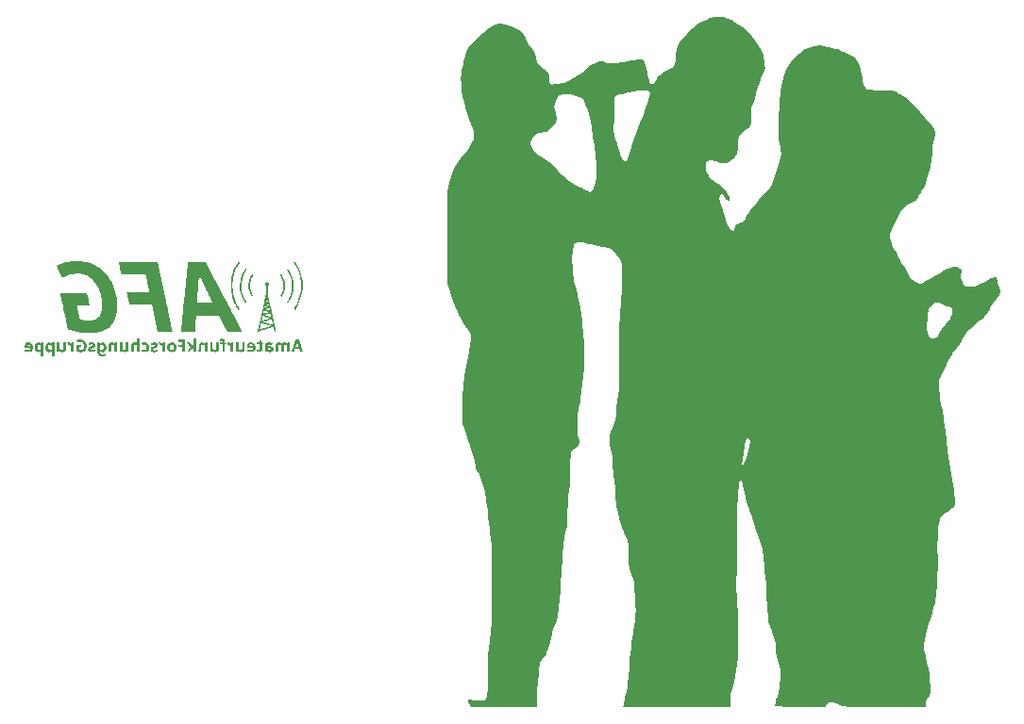
<source format=gbr>
%TF.GenerationSoftware,KiCad,Pcbnew,8.0.2*%
%TF.CreationDate,2024-06-18T22:48:15+02:00*%
%TF.ProjectId,radom-controller,7261646f-6d2d-4636-9f6e-74726f6c6c65,rev?*%
%TF.SameCoordinates,Original*%
%TF.FileFunction,Legend,Bot*%
%TF.FilePolarity,Positive*%
%FSLAX46Y46*%
G04 Gerber Fmt 4.6, Leading zero omitted, Abs format (unit mm)*
G04 Created by KiCad (PCBNEW 8.0.2) date 2024-06-18 22:48:15*
%MOMM*%
%LPD*%
G01*
G04 APERTURE LIST*
%ADD10C,0.300000*%
%ADD11C,0.000000*%
G04 APERTURE END LIST*
D10*
X152451427Y-98944757D02*
X152594285Y-98873328D01*
X152594285Y-98873328D02*
X152808570Y-98873328D01*
X152808570Y-98873328D02*
X153022856Y-98944757D01*
X153022856Y-98944757D02*
X153165713Y-99087614D01*
X153165713Y-99087614D02*
X153237142Y-99230471D01*
X153237142Y-99230471D02*
X153308570Y-99516185D01*
X153308570Y-99516185D02*
X153308570Y-99730471D01*
X153308570Y-99730471D02*
X153237142Y-100016185D01*
X153237142Y-100016185D02*
X153165713Y-100159042D01*
X153165713Y-100159042D02*
X153022856Y-100301900D01*
X153022856Y-100301900D02*
X152808570Y-100373328D01*
X152808570Y-100373328D02*
X152665713Y-100373328D01*
X152665713Y-100373328D02*
X152451427Y-100301900D01*
X152451427Y-100301900D02*
X152379999Y-100230471D01*
X152379999Y-100230471D02*
X152379999Y-99730471D01*
X152379999Y-99730471D02*
X152665713Y-99730471D01*
X151522856Y-98873328D02*
X151522856Y-99230471D01*
X151879999Y-99087614D02*
X151522856Y-99230471D01*
X151522856Y-99230471D02*
X151165713Y-99087614D01*
X151737142Y-99516185D02*
X151522856Y-99230471D01*
X151522856Y-99230471D02*
X151308570Y-99516185D01*
X150379999Y-98873328D02*
X150379999Y-99230471D01*
X150737142Y-99087614D02*
X150379999Y-99230471D01*
X150379999Y-99230471D02*
X150022856Y-99087614D01*
X150594285Y-99516185D02*
X150379999Y-99230471D01*
X150379999Y-99230471D02*
X150165713Y-99516185D01*
X149237142Y-98873328D02*
X149237142Y-99230471D01*
X149594285Y-99087614D02*
X149237142Y-99230471D01*
X149237142Y-99230471D02*
X148879999Y-99087614D01*
X149451428Y-99516185D02*
X149237142Y-99230471D01*
X149237142Y-99230471D02*
X149022856Y-99516185D01*
D11*
%TO.C,G\u002A\u002A\u002A*%
G36*
X104785174Y-102405375D02*
G01*
X104785174Y-102962168D01*
X104665476Y-102962168D01*
X104545777Y-102962168D01*
X104545777Y-102740726D01*
X104545777Y-102519284D01*
X104360245Y-102519284D01*
X104174712Y-102519284D01*
X104174712Y-102423525D01*
X104174712Y-102327767D01*
X104360245Y-102327767D01*
X104545777Y-102327767D01*
X104545777Y-102190403D01*
X104545777Y-102053039D01*
X104345283Y-102049757D01*
X104144788Y-102046475D01*
X104144788Y-101950717D01*
X104144788Y-101854958D01*
X104464981Y-101851770D01*
X104785174Y-101848582D01*
X104785174Y-102405375D01*
G37*
G36*
X102507912Y-102100603D02*
G01*
X102524408Y-102101013D01*
X102597984Y-102113684D01*
X102662476Y-102145730D01*
X102722832Y-102199427D01*
X102734963Y-102212421D01*
X102758835Y-102235210D01*
X102772438Y-102241793D01*
X102778977Y-102234151D01*
X102780607Y-102228374D01*
X102788405Y-102199516D01*
X102797930Y-102163181D01*
X102811073Y-102112310D01*
X102900386Y-102112310D01*
X102989698Y-102112310D01*
X102989698Y-102537239D01*
X102989698Y-102962168D01*
X102870648Y-102962168D01*
X102751597Y-102962168D01*
X102747957Y-102699675D01*
X102747358Y-102658173D01*
X102745974Y-102581275D01*
X102744264Y-102523464D01*
X102741908Y-102481389D01*
X102738584Y-102451698D01*
X102733973Y-102431041D01*
X102727753Y-102416066D01*
X102719604Y-102403421D01*
X102715298Y-102397807D01*
X102667726Y-102356944D01*
X102604360Y-102331168D01*
X102528859Y-102322038D01*
X102457040Y-102321782D01*
X102448950Y-102273902D01*
X102446658Y-102258046D01*
X102442166Y-102210975D01*
X102439973Y-102163181D01*
X102439086Y-102100340D01*
X102507912Y-102100603D01*
G37*
G36*
X108665402Y-102102121D02*
G01*
X108727919Y-102116618D01*
X108783874Y-102148211D01*
X108839667Y-102199908D01*
X108867649Y-102228487D01*
X108888597Y-102243820D01*
X108899611Y-102241094D01*
X108902866Y-102221036D01*
X108902999Y-102217918D01*
X108907186Y-102191410D01*
X108915398Y-102157197D01*
X108927864Y-102112310D01*
X109017075Y-102112310D01*
X109106286Y-102112310D01*
X109106286Y-102537239D01*
X109106286Y-102962168D01*
X108986588Y-102962168D01*
X108866890Y-102962168D01*
X108866890Y-102706587D01*
X108866852Y-102648951D01*
X108866501Y-102577818D01*
X108865514Y-102524873D01*
X108863574Y-102486630D01*
X108860362Y-102459606D01*
X108855561Y-102440313D01*
X108848852Y-102425266D01*
X108839917Y-102410980D01*
X108827758Y-102394529D01*
X108783813Y-102355076D01*
X108726546Y-102330427D01*
X108651953Y-102318612D01*
X108570622Y-102312793D01*
X108563252Y-102251453D01*
X108561221Y-102232846D01*
X108557359Y-102185066D01*
X108555778Y-102145227D01*
X108555674Y-102100340D01*
X108627970Y-102100340D01*
X108665402Y-102102121D01*
G37*
G36*
X105766701Y-102369661D02*
G01*
X105766701Y-102962168D01*
X105647003Y-102962168D01*
X105527304Y-102962168D01*
X105526642Y-102827508D01*
X105526328Y-102781779D01*
X105525185Y-102737985D01*
X105522240Y-102709466D01*
X105516426Y-102691266D01*
X105506680Y-102678430D01*
X105491936Y-102666001D01*
X105488879Y-102663616D01*
X105461568Y-102644219D01*
X105441367Y-102632814D01*
X105440237Y-102632591D01*
X105424694Y-102642495D01*
X105397198Y-102672862D01*
X105357888Y-102723526D01*
X105306901Y-102794320D01*
X105188960Y-102962168D01*
X105053167Y-102962168D01*
X104917373Y-102962168D01*
X105096058Y-102721240D01*
X105274743Y-102480311D01*
X105108446Y-102299303D01*
X104942149Y-102118295D01*
X105070141Y-102114649D01*
X105198134Y-102111003D01*
X105314943Y-102234347D01*
X105321190Y-102240961D01*
X105369096Y-102292703D01*
X105415276Y-102344167D01*
X105454745Y-102389721D01*
X105482521Y-102423733D01*
X105533289Y-102489775D01*
X105529113Y-102133465D01*
X105524937Y-101777154D01*
X105645819Y-101777154D01*
X105766701Y-101777154D01*
X105766701Y-102369661D01*
G37*
G36*
X94300856Y-102100452D02*
G01*
X94307968Y-102100492D01*
X94356866Y-102103755D01*
X94396529Y-102114603D01*
X94439804Y-102136355D01*
X94465523Y-102153048D01*
X94504026Y-102184607D01*
X94531301Y-102214957D01*
X94543805Y-102232758D01*
X94557023Y-102246162D01*
X94566615Y-102242419D01*
X94575473Y-102219444D01*
X94586486Y-102175151D01*
X94601228Y-102112310D01*
X94689808Y-102112310D01*
X94778388Y-102112310D01*
X94778388Y-102537239D01*
X94778388Y-102962168D01*
X94664675Y-102962168D01*
X94550961Y-102962168D01*
X94550961Y-102754330D01*
X94550950Y-102739488D01*
X94550031Y-102643082D01*
X94547255Y-102566972D01*
X94542074Y-102507976D01*
X94533938Y-102462912D01*
X94522298Y-102428602D01*
X94506608Y-102401862D01*
X94486317Y-102379513D01*
X94445569Y-102349522D01*
X94378765Y-102324206D01*
X94296602Y-102315864D01*
X94281671Y-102315726D01*
X94254255Y-102313203D01*
X94242312Y-102305226D01*
X94239660Y-102288865D01*
X94238691Y-102266194D01*
X94235902Y-102226816D01*
X94231944Y-102181136D01*
X94224314Y-102100340D01*
X94300856Y-102100452D01*
G37*
G36*
X113429514Y-95987358D02*
G01*
X113446005Y-96008221D01*
X113469373Y-96044146D01*
X113497315Y-96091091D01*
X113527527Y-96145010D01*
X113557706Y-96201860D01*
X113585548Y-96257598D01*
X113608750Y-96308177D01*
X113674075Y-96483422D01*
X113720448Y-96668656D01*
X113744406Y-96857990D01*
X113746619Y-97055052D01*
X113736629Y-97183380D01*
X113702855Y-97380477D01*
X113647651Y-97570733D01*
X113571816Y-97751586D01*
X113476151Y-97920475D01*
X113427143Y-97995887D01*
X113393563Y-97976051D01*
X113363874Y-97957348D01*
X113332673Y-97935615D01*
X113305363Y-97915015D01*
X113346831Y-97850114D01*
X113398235Y-97763115D01*
X113474583Y-97604529D01*
X113535797Y-97437011D01*
X113578678Y-97268586D01*
X113585671Y-97227246D01*
X113596252Y-97123025D01*
X113600180Y-97007963D01*
X113597539Y-96890407D01*
X113588410Y-96778700D01*
X113572876Y-96681190D01*
X113563109Y-96638484D01*
X113508509Y-96459439D01*
X113432618Y-96280999D01*
X113337196Y-96107446D01*
X113306454Y-96057578D01*
X113360106Y-96020665D01*
X113381850Y-96006263D01*
X113409101Y-95990057D01*
X113423942Y-95983752D01*
X113429514Y-95987358D01*
G37*
G36*
X108095883Y-101778381D02*
G01*
X108156531Y-101782561D01*
X108202294Y-101790505D01*
X108237293Y-101805321D01*
X108286175Y-101841556D01*
X108326518Y-101888626D01*
X108350805Y-101939017D01*
X108354535Y-101955008D01*
X108361355Y-102001906D01*
X108364089Y-102049598D01*
X108364156Y-102112570D01*
X108430533Y-102145124D01*
X108496911Y-102177679D01*
X108493375Y-102231775D01*
X108489840Y-102285872D01*
X108426998Y-102289490D01*
X108364156Y-102293108D01*
X108364156Y-102627638D01*
X108364156Y-102962168D01*
X108244458Y-102962168D01*
X108124759Y-102962168D01*
X108124759Y-102627013D01*
X108124759Y-102291857D01*
X108029001Y-102291857D01*
X107933242Y-102291857D01*
X107933242Y-102202083D01*
X107933242Y-102112310D01*
X108029001Y-102112310D01*
X108124759Y-102112310D01*
X108124759Y-102060733D01*
X108124732Y-102055801D01*
X108119632Y-102009350D01*
X108103126Y-101981058D01*
X108071477Y-101967487D01*
X108020946Y-101965197D01*
X107990949Y-101966504D01*
X107952759Y-101968846D01*
X107928687Y-101971182D01*
X107914033Y-101968532D01*
X107900304Y-101951269D01*
X107885551Y-101914807D01*
X107870571Y-101871568D01*
X107859275Y-101836075D01*
X107856168Y-101814922D01*
X107861882Y-101803422D01*
X107877050Y-101796886D01*
X107902304Y-101790628D01*
X107912176Y-101788399D01*
X107964950Y-101781304D01*
X108029104Y-101777964D01*
X108095883Y-101778381D01*
G37*
G36*
X110812552Y-96000752D02*
G01*
X110839717Y-96018252D01*
X110900420Y-96057205D01*
X110860783Y-96119229D01*
X110849868Y-96136593D01*
X110772022Y-96278512D01*
X110705856Y-96431703D01*
X110654372Y-96588395D01*
X110620575Y-96740814D01*
X110615053Y-96779641D01*
X110605580Y-96893317D01*
X110603501Y-97015029D01*
X110608799Y-97134505D01*
X110621456Y-97241468D01*
X110629735Y-97285566D01*
X110659600Y-97404951D01*
X110699732Y-97527612D01*
X110747503Y-97646747D01*
X110800285Y-97755550D01*
X110855450Y-97847218D01*
X110867353Y-97865317D01*
X110883473Y-97893195D01*
X110889792Y-97909404D01*
X110886191Y-97916434D01*
X110867754Y-97935009D01*
X110838921Y-97957586D01*
X110819609Y-97970870D01*
X110793347Y-97987448D01*
X110779413Y-97994151D01*
X110776620Y-97993048D01*
X110762386Y-97976803D01*
X110740799Y-97944246D01*
X110714031Y-97899334D01*
X110684255Y-97846026D01*
X110653643Y-97788280D01*
X110624366Y-97730056D01*
X110598596Y-97675312D01*
X110578507Y-97628006D01*
X110523078Y-97464339D01*
X110478081Y-97266010D01*
X110456498Y-97066946D01*
X110458226Y-96868490D01*
X110483160Y-96671987D01*
X110531196Y-96478781D01*
X110602231Y-96290215D01*
X110696159Y-96107635D01*
X110716077Y-96073653D01*
X110742180Y-96030181D01*
X110761262Y-96003406D01*
X110776941Y-95991078D01*
X110792832Y-95990944D01*
X110812552Y-96000752D01*
G37*
G36*
X99147380Y-102329779D02*
G01*
X99148175Y-102430803D01*
X99151097Y-102519300D01*
X99156611Y-102589437D01*
X99165174Y-102644079D01*
X99177247Y-102686089D01*
X99193288Y-102718329D01*
X99213757Y-102743663D01*
X99215010Y-102744905D01*
X99252068Y-102772934D01*
X99286828Y-102784426D01*
X99306374Y-102785218D01*
X99350767Y-102783951D01*
X99386449Y-102776145D01*
X99414353Y-102759629D01*
X99435409Y-102732233D01*
X99450548Y-102691785D01*
X99460702Y-102636115D01*
X99466803Y-102563050D01*
X99469780Y-102470422D01*
X99470565Y-102356058D01*
X99470565Y-102112310D01*
X99584279Y-102112310D01*
X99697992Y-102112310D01*
X99697925Y-102426518D01*
X99697587Y-102500285D01*
X99696418Y-102582761D01*
X99694532Y-102656065D01*
X99692056Y-102716505D01*
X99689114Y-102760391D01*
X99685830Y-102784029D01*
X99662745Y-102841563D01*
X99618348Y-102898243D01*
X99554342Y-102942139D01*
X99537192Y-102950758D01*
X99505696Y-102964116D01*
X99475780Y-102971003D01*
X99438965Y-102972891D01*
X99386776Y-102971254D01*
X99315986Y-102964777D01*
X99258426Y-102950508D01*
X99210184Y-102925922D01*
X99164083Y-102888348D01*
X99126921Y-102853118D01*
X99111655Y-102907643D01*
X99096389Y-102962168D01*
X99008171Y-102962168D01*
X98919953Y-102962168D01*
X98919953Y-102537239D01*
X98919953Y-102112310D01*
X99033666Y-102112310D01*
X99147380Y-102112310D01*
X99147380Y-102329779D01*
G37*
G36*
X109622671Y-94862743D02*
G01*
X109647393Y-94879635D01*
X109671297Y-94898016D01*
X109680624Y-94908212D01*
X109676412Y-94917692D01*
X109661689Y-94943895D01*
X109638873Y-94982114D01*
X109610561Y-95027910D01*
X109502480Y-95211336D01*
X109371145Y-95471408D01*
X109259460Y-95740023D01*
X109168832Y-96013706D01*
X109100664Y-96288983D01*
X109058982Y-96539290D01*
X109034088Y-96822432D01*
X109031716Y-97108217D01*
X109051880Y-97393735D01*
X109094593Y-97676071D01*
X109100373Y-97705271D01*
X109161545Y-97956385D01*
X109243226Y-98210642D01*
X109343641Y-98463523D01*
X109461016Y-98710509D01*
X109593576Y-98947078D01*
X109688538Y-99103478D01*
X109633816Y-99140824D01*
X109611142Y-99155897D01*
X109584634Y-99172264D01*
X109571024Y-99178934D01*
X109565060Y-99174874D01*
X109547953Y-99153004D01*
X109522736Y-99114860D01*
X109491165Y-99063452D01*
X109454995Y-99001793D01*
X109415981Y-98932895D01*
X109375877Y-98859768D01*
X109336440Y-98785424D01*
X109299423Y-98712875D01*
X109194386Y-98487224D01*
X109101306Y-98253371D01*
X109027314Y-98026536D01*
X108969606Y-97800146D01*
X108916882Y-97508953D01*
X108887763Y-97216849D01*
X108882125Y-96924653D01*
X108899845Y-96633181D01*
X108940801Y-96343252D01*
X109004869Y-96055682D01*
X109091928Y-95771291D01*
X109201854Y-95490894D01*
X109334525Y-95215310D01*
X109489817Y-94945356D01*
X109564934Y-94825004D01*
X109622671Y-94862743D01*
G37*
G36*
X114095063Y-95561966D02*
G01*
X114164389Y-95676412D01*
X114276956Y-95895987D01*
X114368316Y-96123035D01*
X114438460Y-96355889D01*
X114487376Y-96592879D01*
X114515054Y-96832337D01*
X114521483Y-97072593D01*
X114506653Y-97311979D01*
X114470553Y-97548826D01*
X114413173Y-97781465D01*
X114334502Y-98008227D01*
X114234529Y-98227442D01*
X114113245Y-98437443D01*
X114090043Y-98472403D01*
X114063170Y-98510056D01*
X114042506Y-98535733D01*
X114031241Y-98545240D01*
X114026539Y-98543812D01*
X114006433Y-98532838D01*
X113978451Y-98515026D01*
X113949684Y-98495181D01*
X113927224Y-98478108D01*
X113918162Y-98468612D01*
X113921048Y-98463410D01*
X113934552Y-98441862D01*
X113956583Y-98407677D01*
X113984345Y-98365219D01*
X114047817Y-98262948D01*
X114154693Y-98057001D01*
X114240647Y-97841450D01*
X114305479Y-97617979D01*
X114348990Y-97388273D01*
X114370980Y-97154018D01*
X114371250Y-96916897D01*
X114349601Y-96678596D01*
X114305835Y-96440800D01*
X114239750Y-96205194D01*
X114233029Y-96185411D01*
X114199668Y-96097130D01*
X114158344Y-95999400D01*
X114112102Y-95898673D01*
X114063989Y-95801401D01*
X114017051Y-95714035D01*
X113974333Y-95643027D01*
X113965603Y-95629409D01*
X113943359Y-95592071D01*
X113929119Y-95563991D01*
X113925643Y-95550416D01*
X113931526Y-95544395D01*
X113953029Y-95527201D01*
X113983551Y-95505264D01*
X114035749Y-95469351D01*
X114095063Y-95561966D01*
G37*
G36*
X98295706Y-102111433D02*
G01*
X98358774Y-102135703D01*
X98413752Y-102175758D01*
X98464518Y-102222552D01*
X98479261Y-102167431D01*
X98494004Y-102112310D01*
X98587280Y-102112310D01*
X98680556Y-102112310D01*
X98680556Y-102537239D01*
X98680556Y-102962168D01*
X98561853Y-102962168D01*
X98443150Y-102962168D01*
X98438724Y-102695839D01*
X98437625Y-102635747D01*
X98435681Y-102558862D01*
X98433215Y-102500214D01*
X98429939Y-102456316D01*
X98425562Y-102423686D01*
X98419795Y-102398838D01*
X98412349Y-102378289D01*
X98408385Y-102369795D01*
X98375921Y-102327225D01*
X98332220Y-102298945D01*
X98282699Y-102285684D01*
X98232775Y-102288176D01*
X98187863Y-102307150D01*
X98153382Y-102343337D01*
X98147646Y-102353620D01*
X98141610Y-102368817D01*
X98137124Y-102388778D01*
X98133961Y-102416700D01*
X98131893Y-102455777D01*
X98130694Y-102509205D01*
X98130134Y-102580181D01*
X98129988Y-102671900D01*
X98129943Y-102962168D01*
X98009551Y-102962168D01*
X97889159Y-102962168D01*
X97892845Y-102629638D01*
X97892900Y-102624750D01*
X97894029Y-102527846D01*
X97895194Y-102451644D01*
X97896667Y-102393047D01*
X97898717Y-102348957D01*
X97901615Y-102316279D01*
X97905633Y-102291915D01*
X97911042Y-102272767D01*
X97918111Y-102255739D01*
X97927111Y-102237733D01*
X97957777Y-102190561D01*
X98010423Y-102143977D01*
X98078134Y-102114793D01*
X98162443Y-102102126D01*
X98219785Y-102101553D01*
X98295706Y-102111433D01*
G37*
G36*
X100715429Y-102369228D02*
G01*
X100715429Y-102962168D01*
X100595730Y-102962168D01*
X100476032Y-102962168D01*
X100476032Y-102706949D01*
X100475931Y-102665474D01*
X100474338Y-102564936D01*
X100470203Y-102484841D01*
X100462743Y-102422647D01*
X100451177Y-102375813D01*
X100434724Y-102341799D01*
X100412603Y-102318063D01*
X100384032Y-102302063D01*
X100348231Y-102291260D01*
X100314826Y-102287037D01*
X100256682Y-102293027D01*
X100231147Y-102302018D01*
X100207549Y-102321032D01*
X100188118Y-102355403D01*
X100185852Y-102360541D01*
X100178984Y-102379372D01*
X100173816Y-102401623D01*
X100170108Y-102430714D01*
X100167620Y-102470064D01*
X100166113Y-102523094D01*
X100165346Y-102593222D01*
X100165079Y-102683869D01*
X100164816Y-102962168D01*
X100044118Y-102962168D01*
X99923420Y-102962168D01*
X99927854Y-102635990D01*
X99928265Y-102606670D01*
X99930110Y-102504105D01*
X99932731Y-102421819D01*
X99936719Y-102356885D01*
X99942667Y-102306378D01*
X99951166Y-102267370D01*
X99962806Y-102236937D01*
X99978181Y-102212152D01*
X99997880Y-102190089D01*
X100022496Y-102167822D01*
X100039398Y-102154297D01*
X100094284Y-102122997D01*
X100158417Y-102105699D01*
X100238024Y-102100457D01*
X100293327Y-102105056D01*
X100361707Y-102123310D01*
X100419791Y-102153023D01*
X100461170Y-102191577D01*
X100486442Y-102226023D01*
X100484229Y-102004581D01*
X100482017Y-101783139D01*
X100598723Y-101779713D01*
X100715429Y-101776287D01*
X100715429Y-102369228D01*
G37*
G36*
X107251202Y-102318789D02*
G01*
X107251995Y-102407642D01*
X107255752Y-102512381D01*
X107263287Y-102596717D01*
X107275364Y-102662633D01*
X107292745Y-102712115D01*
X107316193Y-102747146D01*
X107346471Y-102769712D01*
X107384341Y-102781796D01*
X107430568Y-102785383D01*
X107468739Y-102783434D01*
X107498285Y-102774670D01*
X107522457Y-102755962D01*
X107532535Y-102744838D01*
X107545811Y-102724399D01*
X107555958Y-102698058D01*
X107563379Y-102662809D01*
X107568477Y-102615648D01*
X107571655Y-102553572D01*
X107573315Y-102473575D01*
X107573861Y-102372654D01*
X107574147Y-102112310D01*
X107687860Y-102112310D01*
X107801574Y-102112310D01*
X107801574Y-102433990D01*
X107801370Y-102517182D01*
X107799994Y-102617326D01*
X107796639Y-102698100D01*
X107790521Y-102762186D01*
X107780857Y-102812264D01*
X107766865Y-102851018D01*
X107747761Y-102881127D01*
X107722763Y-102905273D01*
X107691087Y-102926139D01*
X107651951Y-102946404D01*
X107647055Y-102948750D01*
X107614120Y-102962467D01*
X107582640Y-102969881D01*
X107544194Y-102972267D01*
X107490358Y-102970904D01*
X107450465Y-102968037D01*
X107371201Y-102952919D01*
X107310162Y-102925397D01*
X107265332Y-102884698D01*
X107264145Y-102883199D01*
X107246325Y-102862837D01*
X107235697Y-102854440D01*
X107233183Y-102857164D01*
X107225440Y-102876504D01*
X107216300Y-102908304D01*
X107202737Y-102962168D01*
X107113136Y-102962168D01*
X107023534Y-102962168D01*
X107023534Y-102537239D01*
X107023534Y-102112310D01*
X107137248Y-102112310D01*
X107250961Y-102112310D01*
X107251202Y-102318789D01*
G37*
G36*
X109585147Y-102366669D02*
G01*
X109585190Y-102386623D01*
X109586066Y-102464302D01*
X109587935Y-102535410D01*
X109590614Y-102595607D01*
X109593920Y-102640549D01*
X109597674Y-102665895D01*
X109604364Y-102685928D01*
X109636405Y-102738350D01*
X109682496Y-102773044D01*
X109739292Y-102788126D01*
X109803450Y-102781715D01*
X109823359Y-102775641D01*
X109843903Y-102765643D01*
X109859815Y-102750567D01*
X109871739Y-102727718D01*
X109880318Y-102694402D01*
X109886197Y-102647925D01*
X109890020Y-102585591D01*
X109892431Y-102504707D01*
X109894074Y-102402578D01*
X109897837Y-102112310D01*
X110018022Y-102112310D01*
X110138206Y-102112310D01*
X110133532Y-102438488D01*
X110133194Y-102461748D01*
X110131674Y-102555037D01*
X110130024Y-102628199D01*
X110128003Y-102684368D01*
X110125363Y-102726673D01*
X110121862Y-102758248D01*
X110117254Y-102782223D01*
X110111295Y-102801731D01*
X110103740Y-102819904D01*
X110069038Y-102874266D01*
X110015572Y-102924368D01*
X109953286Y-102958160D01*
X109936605Y-102963106D01*
X109881501Y-102971123D01*
X109817120Y-102972302D01*
X109753287Y-102966777D01*
X109699824Y-102954683D01*
X109685070Y-102948869D01*
X109639389Y-102923699D01*
X109601135Y-102893637D01*
X109586312Y-102879277D01*
X109565843Y-102861418D01*
X109556516Y-102856235D01*
X109555121Y-102859347D01*
X109548360Y-102879591D01*
X109538879Y-102911296D01*
X109524270Y-102962168D01*
X109434976Y-102962168D01*
X109345683Y-102962168D01*
X109345683Y-102537239D01*
X109345683Y-102112310D01*
X109465381Y-102112310D01*
X109585080Y-102112310D01*
X109585147Y-102366669D01*
G37*
G36*
X110209506Y-95492630D02*
G01*
X110246087Y-95515830D01*
X110299875Y-95554457D01*
X110246799Y-95634444D01*
X110223235Y-95672049D01*
X110182024Y-95744871D01*
X110137558Y-95830215D01*
X110092772Y-95922004D01*
X110050597Y-96014160D01*
X110013967Y-96100608D01*
X109985814Y-96175269D01*
X109984038Y-96180448D01*
X109930320Y-96353076D01*
X109890672Y-96518277D01*
X109863890Y-96683427D01*
X109848768Y-96855903D01*
X109844103Y-97043082D01*
X109844264Y-97090898D01*
X109845545Y-97177166D01*
X109848458Y-97248684D01*
X109853430Y-97311671D01*
X109860892Y-97372348D01*
X109871273Y-97436937D01*
X109885539Y-97512261D01*
X109944432Y-97745641D01*
X110023450Y-97968905D01*
X110121830Y-98180105D01*
X110238810Y-98377288D01*
X110296736Y-98464401D01*
X110249131Y-98504671D01*
X110231001Y-98519215D01*
X110204044Y-98537782D01*
X110187484Y-98545119D01*
X110185070Y-98544389D01*
X110169588Y-98530353D01*
X110146616Y-98502117D01*
X110120178Y-98464501D01*
X110010868Y-98283169D01*
X109903194Y-98062832D01*
X109817575Y-97835126D01*
X109754100Y-97601304D01*
X109712859Y-97362620D01*
X109693942Y-97120326D01*
X109697437Y-96875676D01*
X109723434Y-96629924D01*
X109772022Y-96384322D01*
X109843291Y-96140124D01*
X109937330Y-95898584D01*
X109940664Y-95891080D01*
X109967233Y-95835061D01*
X109999137Y-95772751D01*
X110034088Y-95708108D01*
X110069797Y-95645091D01*
X110103975Y-95587660D01*
X110134333Y-95539773D01*
X110158582Y-95505391D01*
X110174433Y-95488471D01*
X110185337Y-95485374D01*
X110209506Y-95492630D01*
G37*
G36*
X106384641Y-102108357D02*
G01*
X106460498Y-102134946D01*
X106523389Y-102180691D01*
X106545445Y-102200793D01*
X106564584Y-102212440D01*
X106573312Y-102207110D01*
X106580105Y-102185361D01*
X106589640Y-102154204D01*
X106594270Y-102140266D01*
X106602464Y-102127547D01*
X106617812Y-102120493D01*
X106645904Y-102116959D01*
X106692332Y-102114799D01*
X106784137Y-102111303D01*
X106784137Y-102536735D01*
X106784137Y-102962168D01*
X106664439Y-102962168D01*
X106544741Y-102962168D01*
X106544741Y-102716102D01*
X106544707Y-102690034D01*
X106543710Y-102593631D01*
X106540965Y-102517315D01*
X106535989Y-102457994D01*
X106528296Y-102412574D01*
X106517402Y-102377962D01*
X106502822Y-102351065D01*
X106484072Y-102328789D01*
X106476439Y-102321711D01*
X106430778Y-102295238D01*
X106379588Y-102285617D01*
X106329032Y-102292231D01*
X106285278Y-102314466D01*
X106254491Y-102351706D01*
X106253424Y-102353889D01*
X106246907Y-102370475D01*
X106241962Y-102391561D01*
X106238382Y-102420388D01*
X106235958Y-102460194D01*
X106234482Y-102514219D01*
X106233747Y-102585703D01*
X106233543Y-102677885D01*
X106233525Y-102962168D01*
X106112982Y-102962168D01*
X105992439Y-102962168D01*
X105996276Y-102630005D01*
X105997019Y-102568003D01*
X105998257Y-102482593D01*
X105999710Y-102416257D01*
X106001617Y-102365959D01*
X106004217Y-102328666D01*
X106007750Y-102301341D01*
X106012455Y-102280950D01*
X106018572Y-102264458D01*
X106026340Y-102248829D01*
X106034407Y-102234489D01*
X106081091Y-102174047D01*
X106139541Y-102132374D01*
X106212033Y-102108238D01*
X106300846Y-102100407D01*
X106384641Y-102108357D01*
G37*
G36*
X93533525Y-102361504D02*
G01*
X93533640Y-102405170D01*
X93535325Y-102506465D01*
X93539626Y-102587317D01*
X93547316Y-102650235D01*
X93559168Y-102697728D01*
X93575956Y-102732303D01*
X93598453Y-102756470D01*
X93627432Y-102772736D01*
X93663668Y-102783611D01*
X93688979Y-102787673D01*
X93745558Y-102783757D01*
X93791880Y-102761595D01*
X93823775Y-102722771D01*
X93824842Y-102720589D01*
X93831359Y-102704003D01*
X93836303Y-102682917D01*
X93839883Y-102654090D01*
X93842307Y-102614284D01*
X93843783Y-102560259D01*
X93844518Y-102488775D01*
X93844722Y-102396593D01*
X93844741Y-102112310D01*
X93965295Y-102112310D01*
X94085850Y-102112310D01*
X94082001Y-102438488D01*
X94081602Y-102471614D01*
X94080328Y-102562597D01*
X94078868Y-102633738D01*
X94076983Y-102688155D01*
X94074432Y-102728966D01*
X94070975Y-102759291D01*
X94066374Y-102782248D01*
X94060387Y-102800954D01*
X94052776Y-102818530D01*
X94023774Y-102867694D01*
X93971635Y-102921907D01*
X93908932Y-102956604D01*
X93899710Y-102959589D01*
X93842276Y-102970093D01*
X93774677Y-102972885D01*
X93707340Y-102968008D01*
X93650690Y-102955508D01*
X93636029Y-102949654D01*
X93591430Y-102924527D01*
X93553134Y-102893998D01*
X93510255Y-102851120D01*
X93499395Y-102879712D01*
X93491973Y-102901643D01*
X93483968Y-102932244D01*
X93483357Y-102935050D01*
X93477268Y-102946331D01*
X93462540Y-102953236D01*
X93434072Y-102957206D01*
X93386764Y-102959679D01*
X93294128Y-102963175D01*
X93294128Y-102537742D01*
X93294128Y-102112310D01*
X93413826Y-102112310D01*
X93533525Y-102112310D01*
X93533525Y-102361504D01*
G37*
G36*
X111531865Y-101935208D02*
G01*
X111611355Y-101938747D01*
X111641209Y-102023978D01*
X111646627Y-102039267D01*
X111662566Y-102079066D01*
X111678908Y-102105530D01*
X111701272Y-102126078D01*
X111735281Y-102148130D01*
X111741887Y-102152143D01*
X111774302Y-102173211D01*
X111791506Y-102190229D01*
X111798303Y-102210032D01*
X111799500Y-102239454D01*
X111799500Y-102291857D01*
X111746648Y-102291857D01*
X111693795Y-102291857D01*
X111689722Y-102552201D01*
X111689120Y-102588337D01*
X111687320Y-102669676D01*
X111685035Y-102731514D01*
X111682005Y-102777082D01*
X111677969Y-102809608D01*
X111672667Y-102832322D01*
X111665839Y-102848455D01*
X111635632Y-102890879D01*
X111590242Y-102933139D01*
X111542149Y-102960494D01*
X111531701Y-102963348D01*
X111493061Y-102967996D01*
X111441070Y-102969742D01*
X111383043Y-102968798D01*
X111326294Y-102965375D01*
X111278140Y-102959683D01*
X111245895Y-102951935D01*
X111237939Y-102948621D01*
X111223974Y-102939736D01*
X111216512Y-102925030D01*
X111213523Y-102898465D01*
X111212978Y-102854003D01*
X111212978Y-102769184D01*
X111269835Y-102778595D01*
X111339455Y-102785895D01*
X111393941Y-102781162D01*
X111429637Y-102763578D01*
X111436290Y-102756461D01*
X111442545Y-102744685D01*
X111446941Y-102726346D01*
X111449801Y-102697969D01*
X111451445Y-102656080D01*
X111452196Y-102597203D01*
X111452375Y-102517862D01*
X111452375Y-102292724D01*
X111335669Y-102289298D01*
X111218963Y-102285872D01*
X111218963Y-102202083D01*
X111218963Y-102118295D01*
X111335669Y-102114869D01*
X111452375Y-102111443D01*
X111452375Y-102021555D01*
X111452375Y-101931668D01*
X111531865Y-101935208D01*
G37*
G36*
X114655655Y-94841382D02*
G01*
X114671230Y-94861495D01*
X114695151Y-94896801D01*
X114724911Y-94943526D01*
X114758001Y-94997895D01*
X114876700Y-95208999D01*
X115008572Y-95480916D01*
X115117586Y-95754867D01*
X115204338Y-96032577D01*
X115269427Y-96315774D01*
X115313446Y-96606183D01*
X115320945Y-96689729D01*
X115326747Y-96805074D01*
X115329230Y-96931879D01*
X115328507Y-97064267D01*
X115324689Y-97196365D01*
X115317888Y-97322296D01*
X115308217Y-97436185D01*
X115295787Y-97532157D01*
X115273398Y-97659444D01*
X115210940Y-97937068D01*
X115130836Y-98203876D01*
X115031362Y-98465217D01*
X114910793Y-98726443D01*
X114876437Y-98793492D01*
X114825201Y-98888846D01*
X114773341Y-98980620D01*
X114724325Y-99062724D01*
X114681618Y-99129067D01*
X114661941Y-99157073D01*
X114647546Y-99171061D01*
X114633745Y-99171233D01*
X114613874Y-99160704D01*
X114585004Y-99142513D01*
X114553649Y-99120668D01*
X114526391Y-99100108D01*
X114579813Y-99017212D01*
X114696673Y-98821894D01*
X114823189Y-98572936D01*
X114933574Y-98311462D01*
X115026326Y-98041473D01*
X115099940Y-97766969D01*
X115152915Y-97491951D01*
X115156893Y-97464006D01*
X115167432Y-97363650D01*
X115175097Y-97247760D01*
X115179853Y-97121944D01*
X115181665Y-96991814D01*
X115180499Y-96862980D01*
X115176320Y-96741050D01*
X115169094Y-96631637D01*
X115158785Y-96540349D01*
X115136344Y-96403020D01*
X115074993Y-96119385D01*
X114994508Y-95847056D01*
X114893706Y-95582750D01*
X114771402Y-95323186D01*
X114626412Y-95065082D01*
X114530250Y-94906497D01*
X114583959Y-94869544D01*
X114606096Y-94855555D01*
X114634843Y-94841410D01*
X114651973Y-94838267D01*
X114655655Y-94841382D01*
G37*
G36*
X91136646Y-102476055D02*
G01*
X91139985Y-102557455D01*
X91135712Y-102634968D01*
X91123368Y-102700515D01*
X91123123Y-102701353D01*
X91086158Y-102786483D01*
X91030062Y-102858644D01*
X90957117Y-102915549D01*
X90869607Y-102954907D01*
X90863315Y-102956760D01*
X90810437Y-102966047D01*
X90742726Y-102970521D01*
X90667616Y-102970381D01*
X90592541Y-102965826D01*
X90524937Y-102957054D01*
X90472238Y-102944266D01*
X90409397Y-102922622D01*
X90409397Y-102830167D01*
X90409397Y-102737713D01*
X90490193Y-102767193D01*
X90551180Y-102785038D01*
X90624583Y-102797065D01*
X90695294Y-102799790D01*
X90756940Y-102793021D01*
X90803150Y-102776567D01*
X90838683Y-102751170D01*
X90877770Y-102702107D01*
X90896628Y-102640939D01*
X90903312Y-102591103D01*
X90632415Y-102591103D01*
X90361517Y-102591103D01*
X90361517Y-102497517D01*
X90364235Y-102435495D01*
X90576518Y-102435495D01*
X90739290Y-102435495D01*
X90902062Y-102435495D01*
X90894206Y-102396593D01*
X90879768Y-102351675D01*
X90846082Y-102305679D01*
X90796733Y-102277678D01*
X90732253Y-102268094D01*
X90685993Y-102273514D01*
X90640443Y-102296665D01*
X90607066Y-102339246D01*
X90584411Y-102402578D01*
X90576518Y-102435495D01*
X90364235Y-102435495D01*
X90364292Y-102434194D01*
X90382167Y-102339191D01*
X90417163Y-102259906D01*
X90469917Y-102195080D01*
X90541065Y-102143458D01*
X90553500Y-102136520D01*
X90581572Y-102122397D01*
X90607626Y-102113535D01*
X90638151Y-102108716D01*
X90679635Y-102106719D01*
X90738567Y-102106325D01*
X90780401Y-102106586D01*
X90830487Y-102108465D01*
X90867085Y-102112953D01*
X90896564Y-102120974D01*
X90925295Y-102133455D01*
X90987298Y-102172470D01*
X91052762Y-102237217D01*
X91101523Y-102315733D01*
X91108966Y-102333915D01*
X91126153Y-102398849D01*
X91131134Y-102435495D01*
X91136646Y-102476055D01*
G37*
G36*
X101226549Y-102104702D02*
G01*
X101299250Y-102118601D01*
X101317101Y-102124420D01*
X101395420Y-102164306D01*
X101460116Y-102222345D01*
X101510113Y-102296574D01*
X101544337Y-102385028D01*
X101561711Y-102485745D01*
X101561161Y-102596761D01*
X101557844Y-102628665D01*
X101537467Y-102728955D01*
X101502769Y-102811062D01*
X101452671Y-102876515D01*
X101386092Y-102926843D01*
X101301951Y-102963576D01*
X101288007Y-102966252D01*
X101251441Y-102969199D01*
X101202008Y-102970607D01*
X101146343Y-102970195D01*
X101090630Y-102967983D01*
X101038933Y-102962983D01*
X100998898Y-102954456D01*
X100963803Y-102941341D01*
X100906946Y-102915635D01*
X100906946Y-102819203D01*
X100906978Y-102805083D01*
X100907508Y-102763128D01*
X100908553Y-102733828D01*
X100909939Y-102722827D01*
X100920588Y-102726640D01*
X100947589Y-102737326D01*
X100984750Y-102752467D01*
X101054499Y-102774366D01*
X101126799Y-102783165D01*
X101191565Y-102776867D01*
X101243324Y-102755411D01*
X101256360Y-102745195D01*
X101289326Y-102701630D01*
X101311812Y-102643703D01*
X101323609Y-102576907D01*
X101324504Y-102506740D01*
X101314286Y-102438696D01*
X101292743Y-102378273D01*
X101259664Y-102330965D01*
X101241760Y-102314122D01*
X101219015Y-102299529D01*
X101191255Y-102293219D01*
X101149045Y-102291857D01*
X101119489Y-102293097D01*
X101068363Y-102299601D01*
X101026644Y-102309812D01*
X101012789Y-102314514D01*
X100980589Y-102323996D01*
X100960692Y-102327767D01*
X100958766Y-102326848D01*
X100947764Y-102311412D01*
X100932225Y-102281933D01*
X100915065Y-102244932D01*
X100899198Y-102206929D01*
X100887540Y-102174445D01*
X100883006Y-102154000D01*
X100883034Y-102153864D01*
X100894517Y-102147949D01*
X100922815Y-102137526D01*
X100962071Y-102124760D01*
X100975575Y-102120863D01*
X101054931Y-102106011D01*
X101141849Y-102100565D01*
X101226549Y-102104702D01*
G37*
G36*
X95469574Y-101846080D02*
G01*
X95584081Y-101872189D01*
X95684111Y-101916526D01*
X95768732Y-101978077D01*
X95837008Y-102055828D01*
X95888005Y-102148767D01*
X95920789Y-102255878D01*
X95934425Y-102376149D01*
X95927980Y-102508565D01*
X95916829Y-102578824D01*
X95886333Y-102686741D01*
X95841148Y-102776592D01*
X95780463Y-102849498D01*
X95703468Y-102906580D01*
X95609350Y-102948962D01*
X95600864Y-102951725D01*
X95528409Y-102966883D01*
X95440520Y-102973847D01*
X95343301Y-102972884D01*
X95242854Y-102964256D01*
X95145282Y-102948227D01*
X95056687Y-102925062D01*
X95017785Y-102912432D01*
X95017785Y-102626084D01*
X95017785Y-102339737D01*
X95239227Y-102339737D01*
X95460669Y-102339737D01*
X95460669Y-102435495D01*
X95460669Y-102531254D01*
X95358925Y-102531254D01*
X95257182Y-102531254D01*
X95257182Y-102649406D01*
X95257182Y-102767558D01*
X95337978Y-102774783D01*
X95394450Y-102777398D01*
X95478710Y-102768821D01*
X95547241Y-102742879D01*
X95601394Y-102698671D01*
X95642516Y-102635297D01*
X95671957Y-102551857D01*
X95672678Y-102549009D01*
X95685139Y-102470493D01*
X95685041Y-102380651D01*
X95684326Y-102370373D01*
X95667860Y-102270672D01*
X95635363Y-102188562D01*
X95587059Y-102124272D01*
X95523175Y-102078030D01*
X95443937Y-102050065D01*
X95349570Y-102040607D01*
X95276324Y-102044646D01*
X95183289Y-102065129D01*
X95146937Y-102075788D01*
X95116207Y-102081533D01*
X95100988Y-102080091D01*
X95092433Y-102065809D01*
X95078130Y-102035716D01*
X95061613Y-101997643D01*
X95045979Y-101959002D01*
X95034327Y-101927205D01*
X95029755Y-101909664D01*
X95031271Y-101905560D01*
X95049863Y-101893007D01*
X95085945Y-101879606D01*
X95134864Y-101866500D01*
X95191971Y-101854828D01*
X95252616Y-101845734D01*
X95312146Y-101840357D01*
X95341525Y-101839213D01*
X95469574Y-101846080D01*
G37*
G36*
X103992317Y-102581429D02*
G01*
X103977010Y-102687913D01*
X103944053Y-102778374D01*
X103893499Y-102852716D01*
X103825404Y-102910845D01*
X103739819Y-102952664D01*
X103697531Y-102963803D01*
X103623001Y-102971835D01*
X103542392Y-102970132D01*
X103464956Y-102959065D01*
X103399940Y-102939008D01*
X103373364Y-102925447D01*
X103310368Y-102878631D01*
X103254723Y-102817502D01*
X103213066Y-102748814D01*
X103211345Y-102745044D01*
X103200857Y-102718274D01*
X103193872Y-102689618D01*
X103189716Y-102653568D01*
X103187717Y-102604611D01*
X103187201Y-102537239D01*
X103421138Y-102537239D01*
X103423305Y-102595933D01*
X103435522Y-102670596D01*
X103458879Y-102725874D01*
X103493800Y-102763080D01*
X103496594Y-102764908D01*
X103534281Y-102777985D01*
X103588190Y-102782621D01*
X103620704Y-102780811D01*
X103672164Y-102766565D01*
X103710213Y-102736752D01*
X103735986Y-102689705D01*
X103750617Y-102623756D01*
X103755242Y-102537239D01*
X103754011Y-102489480D01*
X103744312Y-102413890D01*
X103724016Y-102358000D01*
X103691986Y-102320143D01*
X103647090Y-102298651D01*
X103588190Y-102291857D01*
X103555677Y-102293666D01*
X103504216Y-102307912D01*
X103466167Y-102337726D01*
X103440395Y-102384773D01*
X103425763Y-102450722D01*
X103421138Y-102537239D01*
X103187201Y-102537239D01*
X103187417Y-102478351D01*
X103188711Y-102430292D01*
X103191982Y-102395313D01*
X103198129Y-102367686D01*
X103208054Y-102341687D01*
X103222656Y-102311588D01*
X103255046Y-102257625D01*
X103317408Y-102189326D01*
X103393958Y-102140117D01*
X103484107Y-102110341D01*
X103587265Y-102100340D01*
X103661665Y-102104045D01*
X103739900Y-102120149D01*
X103807254Y-102150864D01*
X103869489Y-102198188D01*
X103903323Y-102231886D01*
X103942774Y-102284555D01*
X103969311Y-102343511D01*
X103985208Y-102414376D01*
X103992740Y-102502771D01*
X103992555Y-102537239D01*
X103992317Y-102581429D01*
G37*
G36*
X93054731Y-102722771D02*
G01*
X93054731Y-103333233D01*
X92941018Y-103333233D01*
X92827304Y-103333233D01*
X92827304Y-103105197D01*
X92827304Y-102877161D01*
X92788402Y-102906282D01*
X92772611Y-102917778D01*
X92716842Y-102951216D01*
X92663800Y-102968939D01*
X92604853Y-102974138D01*
X92564389Y-102972375D01*
X92480721Y-102954537D01*
X92410326Y-102916991D01*
X92352258Y-102859124D01*
X92305571Y-102780325D01*
X92292079Y-102749927D01*
X92282141Y-102722125D01*
X92275876Y-102693277D01*
X92272443Y-102657659D01*
X92271001Y-102609549D01*
X92270707Y-102543224D01*
X92270779Y-102537239D01*
X92504252Y-102537239D01*
X92505337Y-102580385D01*
X92514462Y-102652121D01*
X92533727Y-102707020D01*
X92564175Y-102748760D01*
X92587314Y-102768419D01*
X92615491Y-102779609D01*
X92655813Y-102782141D01*
X92664902Y-102781977D01*
X92717088Y-102775593D01*
X92755410Y-102757811D01*
X92782652Y-102725534D01*
X92801599Y-102675666D01*
X92815036Y-102605110D01*
X92818892Y-102567269D01*
X92819453Y-102499076D01*
X92812899Y-102433998D01*
X92800080Y-102378831D01*
X92781850Y-102340370D01*
X92770163Y-102327527D01*
X92729057Y-102301476D01*
X92678800Y-102286721D01*
X92629324Y-102286752D01*
X92603987Y-102294178D01*
X92560547Y-102324760D01*
X92529359Y-102375637D01*
X92510550Y-102446550D01*
X92504252Y-102537239D01*
X92270779Y-102537239D01*
X92271399Y-102485631D01*
X92276221Y-102404960D01*
X92286731Y-102340533D01*
X92304202Y-102287701D01*
X92329906Y-102241815D01*
X92365116Y-102198227D01*
X92382641Y-102180130D01*
X92441974Y-102134298D01*
X92507439Y-102108714D01*
X92585299Y-102100603D01*
X92616847Y-102101363D01*
X92679632Y-102111259D01*
X92732614Y-102135183D01*
X92784391Y-102176408D01*
X92802612Y-102193376D01*
X92824011Y-102212569D01*
X92833542Y-102220038D01*
X92835146Y-102217285D01*
X92841437Y-102197938D01*
X92849995Y-102166174D01*
X92863558Y-102112310D01*
X92959145Y-102112310D01*
X93054731Y-102112310D01*
X93054731Y-102499076D01*
X93054731Y-102722771D01*
G37*
G36*
X111086713Y-102474399D02*
G01*
X111087029Y-102537239D01*
X111086997Y-102547307D01*
X111085678Y-102614369D01*
X111082053Y-102663465D01*
X111075533Y-102699844D01*
X111065528Y-102728756D01*
X111035584Y-102786929D01*
X110981109Y-102858203D01*
X110912491Y-102912360D01*
X110826354Y-102952557D01*
X110811885Y-102956946D01*
X110756960Y-102966362D01*
X110688291Y-102970998D01*
X110613068Y-102970996D01*
X110538481Y-102966496D01*
X110471720Y-102957641D01*
X110419976Y-102944570D01*
X110363119Y-102924008D01*
X110363119Y-102829800D01*
X110363119Y-102735592D01*
X110418869Y-102759489D01*
X110423149Y-102761296D01*
X110499183Y-102785552D01*
X110578649Y-102798138D01*
X110655515Y-102798961D01*
X110723750Y-102787929D01*
X110777324Y-102764951D01*
X110801302Y-102741369D01*
X110826699Y-102701615D01*
X110845864Y-102657179D01*
X110853620Y-102618035D01*
X110853883Y-102591103D01*
X110584562Y-102591103D01*
X110315240Y-102591103D01*
X110315240Y-102491532D01*
X110316018Y-102449681D01*
X110319304Y-102417156D01*
X110530697Y-102417156D01*
X110530935Y-102419621D01*
X110536319Y-102426415D01*
X110551483Y-102430995D01*
X110579963Y-102433765D01*
X110625299Y-102435130D01*
X110691030Y-102435495D01*
X110851362Y-102435495D01*
X110842524Y-102396312D01*
X110832423Y-102361734D01*
X110819491Y-102330601D01*
X110817702Y-102327442D01*
X110786461Y-102296025D01*
X110741378Y-102275746D01*
X110689814Y-102267817D01*
X110639132Y-102273452D01*
X110596695Y-102293867D01*
X110588451Y-102301095D01*
X110560229Y-102336775D01*
X110539046Y-102379071D01*
X110530697Y-102417156D01*
X110319304Y-102417156D01*
X110323927Y-102371386D01*
X110341975Y-102307644D01*
X110372140Y-102252777D01*
X110416401Y-102201105D01*
X110443450Y-102175982D01*
X110498713Y-102137575D01*
X110559793Y-102113744D01*
X110632099Y-102102743D01*
X110721038Y-102102827D01*
X110789448Y-102110223D01*
X110875552Y-102135019D01*
X110946921Y-102177635D01*
X111005623Y-102239436D01*
X111053730Y-102321782D01*
X111060079Y-102335589D01*
X111072503Y-102366087D01*
X111080430Y-102395162D01*
X111084840Y-102429153D01*
X111085103Y-102435495D01*
X111086713Y-102474399D01*
G37*
G36*
X92073204Y-102722771D02*
G01*
X92073204Y-103333233D01*
X91951676Y-103333233D01*
X91830147Y-103333233D01*
X91837040Y-103105089D01*
X91843932Y-102876946D01*
X91802956Y-102908200D01*
X91797250Y-102912429D01*
X91758218Y-102937473D01*
X91720474Y-102956796D01*
X91709298Y-102960836D01*
X91658312Y-102970741D01*
X91598289Y-102973478D01*
X91539847Y-102969022D01*
X91493605Y-102957346D01*
X91478245Y-102950182D01*
X91418751Y-102908524D01*
X91365500Y-102849872D01*
X91323795Y-102779769D01*
X91322074Y-102776035D01*
X91308749Y-102745564D01*
X91299623Y-102718710D01*
X91293917Y-102689961D01*
X91290853Y-102653807D01*
X91289652Y-102604736D01*
X91289536Y-102537239D01*
X91289553Y-102532643D01*
X91522658Y-102532643D01*
X91524387Y-102588096D01*
X91534021Y-102656518D01*
X91553078Y-102708760D01*
X91582649Y-102748760D01*
X91606296Y-102768781D01*
X91634199Y-102779585D01*
X91674286Y-102781811D01*
X91723461Y-102777733D01*
X91764971Y-102763820D01*
X91794617Y-102737366D01*
X91814311Y-102695614D01*
X91825966Y-102635808D01*
X91831492Y-102555194D01*
X91831112Y-102468277D01*
X91822231Y-102398002D01*
X91803605Y-102346677D01*
X91774140Y-102312387D01*
X91732740Y-102293218D01*
X91678312Y-102287253D01*
X91641986Y-102289231D01*
X91611578Y-102298865D01*
X91584222Y-102320075D01*
X91563554Y-102343949D01*
X91540024Y-102390878D01*
X91526774Y-102452456D01*
X91522658Y-102532643D01*
X91289553Y-102532643D01*
X91289621Y-102514291D01*
X91290598Y-102449549D01*
X91293121Y-102401621D01*
X91297819Y-102365005D01*
X91305321Y-102334196D01*
X91316258Y-102303694D01*
X91332589Y-102267940D01*
X91381597Y-102196639D01*
X91444184Y-102144239D01*
X91518769Y-102111854D01*
X91603773Y-102100603D01*
X91632310Y-102101231D01*
X91697481Y-102111148D01*
X91751434Y-102135368D01*
X91801749Y-102176808D01*
X91817847Y-102192562D01*
X91839400Y-102212317D01*
X91849942Y-102220038D01*
X91852188Y-102217305D01*
X91859501Y-102197964D01*
X91868468Y-102166174D01*
X91882032Y-102112310D01*
X91977618Y-102112310D01*
X92073204Y-102112310D01*
X92073204Y-102555194D01*
X92073204Y-102722771D01*
G37*
G36*
X102091471Y-102104749D02*
G01*
X102156432Y-102117285D01*
X102174848Y-102123304D01*
X102243784Y-102157645D01*
X102292641Y-102204902D01*
X102321730Y-102265469D01*
X102331357Y-102339737D01*
X102331292Y-102347889D01*
X102326187Y-102402313D01*
X102311066Y-102448055D01*
X102283304Y-102488080D01*
X102240277Y-102525352D01*
X102179360Y-102562838D01*
X102097930Y-102603502D01*
X102095181Y-102604787D01*
X102030021Y-102635934D01*
X101983690Y-102660252D01*
X101953073Y-102680139D01*
X101935058Y-102697996D01*
X101926533Y-102716219D01*
X101924382Y-102737207D01*
X101926543Y-102756893D01*
X101939338Y-102774961D01*
X101969234Y-102790612D01*
X101995906Y-102798898D01*
X102060326Y-102803502D01*
X102141462Y-102792652D01*
X102240042Y-102766282D01*
X102331357Y-102737284D01*
X102331357Y-102831065D01*
X102331287Y-102841850D01*
X102329475Y-102885197D01*
X102325710Y-102917156D01*
X102320660Y-102931457D01*
X102311232Y-102935464D01*
X102283284Y-102944611D01*
X102245849Y-102955315D01*
X102215405Y-102961859D01*
X102149732Y-102969691D01*
X102075015Y-102972976D01*
X101999390Y-102971710D01*
X101930994Y-102965889D01*
X101877962Y-102955508D01*
X101822347Y-102932173D01*
X101764258Y-102888461D01*
X101721579Y-102832661D01*
X101695768Y-102768710D01*
X101688283Y-102700545D01*
X101700584Y-102632103D01*
X101734128Y-102567319D01*
X101741117Y-102558088D01*
X101755885Y-102541751D01*
X101774885Y-102525829D01*
X101801056Y-102508629D01*
X101837337Y-102488456D01*
X101886666Y-102463617D01*
X101951982Y-102432416D01*
X102036224Y-102393161D01*
X102063738Y-102377393D01*
X102091503Y-102349877D01*
X102100762Y-102321438D01*
X102089332Y-102296069D01*
X102061518Y-102279284D01*
X102011908Y-102271336D01*
X101947436Y-102277054D01*
X101870729Y-102296433D01*
X101854690Y-102301406D01*
X101812565Y-102312851D01*
X101781436Y-102318927D01*
X101767116Y-102318401D01*
X101759580Y-102305503D01*
X101745678Y-102276322D01*
X101728986Y-102237993D01*
X101698922Y-102166174D01*
X101726990Y-102151287D01*
X101776825Y-102131377D01*
X101848866Y-102114379D01*
X101930268Y-102103884D01*
X102013610Y-102100478D01*
X102091471Y-102104749D01*
G37*
G36*
X113751240Y-102102997D02*
G01*
X113813512Y-102114435D01*
X113865209Y-102137459D01*
X113913140Y-102174324D01*
X113965461Y-102222552D01*
X113980203Y-102167431D01*
X113994946Y-102112310D01*
X114088222Y-102112310D01*
X114181498Y-102112310D01*
X114181498Y-102537239D01*
X114181498Y-102962168D01*
X114062937Y-102962168D01*
X113944375Y-102962168D01*
X113939412Y-102689854D01*
X113938636Y-102649736D01*
X113936547Y-102565882D01*
X113934011Y-102501426D01*
X113930772Y-102453134D01*
X113926574Y-102417770D01*
X113921160Y-102392100D01*
X113914273Y-102372889D01*
X113914266Y-102372873D01*
X113882231Y-102324918D01*
X113837670Y-102296947D01*
X113778840Y-102287867D01*
X113756057Y-102288786D01*
X113721978Y-102297778D01*
X113693002Y-102320034D01*
X113660810Y-102352200D01*
X113654825Y-102654192D01*
X113648840Y-102956183D01*
X113533119Y-102959597D01*
X113417398Y-102963011D01*
X113413155Y-102690276D01*
X113413149Y-102689873D01*
X113411133Y-102589693D01*
X113408174Y-102510467D01*
X113403683Y-102449225D01*
X113397073Y-102402993D01*
X113387756Y-102368802D01*
X113375143Y-102343678D01*
X113358647Y-102324651D01*
X113337681Y-102308748D01*
X113303606Y-102293511D01*
X113254100Y-102287257D01*
X113206233Y-102295336D01*
X113169101Y-102317287D01*
X113153550Y-102337525D01*
X113140767Y-102366553D01*
X113131064Y-102406351D01*
X113124101Y-102459546D01*
X113119537Y-102528762D01*
X113117034Y-102616626D01*
X113116252Y-102725764D01*
X113116183Y-102962168D01*
X113002469Y-102962168D01*
X112888756Y-102962168D01*
X112888756Y-102647140D01*
X112889110Y-102537601D01*
X112890516Y-102447590D01*
X112893463Y-102375840D01*
X112898445Y-102319495D01*
X112905951Y-102275702D01*
X112916473Y-102241606D01*
X112930502Y-102214351D01*
X112948530Y-102191084D01*
X112971048Y-102168950D01*
X113013198Y-102136458D01*
X113063755Y-102113143D01*
X113123342Y-102102581D01*
X113198551Y-102102857D01*
X113239390Y-102106512D01*
X113306372Y-102121010D01*
X113360149Y-102147281D01*
X113406949Y-102187865D01*
X113440663Y-102223956D01*
X113475688Y-102185608D01*
X113531484Y-102140002D01*
X113604123Y-102110619D01*
X113690735Y-102100669D01*
X113751240Y-102102997D01*
G37*
G36*
X115206942Y-102501636D02*
G01*
X115242763Y-102603645D01*
X115275438Y-102696667D01*
X115304170Y-102778435D01*
X115328163Y-102846682D01*
X115346620Y-102899141D01*
X115358744Y-102933544D01*
X115363738Y-102947626D01*
X115364190Y-102950229D01*
X115357730Y-102956182D01*
X115337028Y-102959521D01*
X115298869Y-102960555D01*
X115240041Y-102959595D01*
X115110687Y-102956183D01*
X115070642Y-102827508D01*
X115030596Y-102698832D01*
X114828787Y-102698832D01*
X114626978Y-102698832D01*
X114618929Y-102731749D01*
X114617476Y-102737423D01*
X114608577Y-102769198D01*
X114595428Y-102813788D01*
X114580311Y-102863417D01*
X114549742Y-102962168D01*
X114425469Y-102962168D01*
X114386531Y-102961621D01*
X114342438Y-102959383D01*
X114312336Y-102955816D01*
X114301197Y-102951354D01*
X114302994Y-102944722D01*
X114311832Y-102917557D01*
X114327320Y-102871769D01*
X114348646Y-102809706D01*
X114374999Y-102733713D01*
X114405567Y-102646139D01*
X114439539Y-102549328D01*
X114462954Y-102482918D01*
X114696201Y-102482918D01*
X114699827Y-102486355D01*
X114723920Y-102491237D01*
X114769022Y-102494290D01*
X114833282Y-102495344D01*
X114970363Y-102495344D01*
X114952747Y-102438488D01*
X114950406Y-102430875D01*
X114938895Y-102392815D01*
X114922973Y-102339578D01*
X114904426Y-102277149D01*
X114885039Y-102211513D01*
X114876335Y-102182195D01*
X114859524Y-102127017D01*
X114845578Y-102083171D01*
X114835753Y-102054547D01*
X114831304Y-102045036D01*
X114830137Y-102047374D01*
X114822923Y-102067535D01*
X114810733Y-102104567D01*
X114794920Y-102154094D01*
X114776833Y-102211738D01*
X114757823Y-102273122D01*
X114739241Y-102333867D01*
X114722437Y-102389597D01*
X114708762Y-102435933D01*
X114699567Y-102468500D01*
X114696201Y-102482918D01*
X114462954Y-102482918D01*
X114476102Y-102445628D01*
X114498880Y-102381172D01*
X114535131Y-102278561D01*
X114568920Y-102182892D01*
X114599327Y-102096770D01*
X114625433Y-102022799D01*
X114646317Y-101963585D01*
X114661061Y-101921732D01*
X114668745Y-101899845D01*
X114686482Y-101848973D01*
X114832166Y-101848973D01*
X114977850Y-101848973D01*
X115167965Y-102390608D01*
X115168772Y-102392907D01*
X115204733Y-102495344D01*
X115206942Y-102501636D01*
G37*
G36*
X96487585Y-102106819D02*
G01*
X96542883Y-102117473D01*
X96599640Y-102139548D01*
X96660438Y-102181563D01*
X96702212Y-102236015D01*
X96723659Y-102301044D01*
X96723474Y-102374795D01*
X96723328Y-102375778D01*
X96711724Y-102424979D01*
X96691134Y-102466983D01*
X96658712Y-102504405D01*
X96611617Y-102539862D01*
X96547003Y-102575970D01*
X96462028Y-102615346D01*
X96445068Y-102622893D01*
X96378277Y-102657163D01*
X96334518Y-102689056D01*
X96313223Y-102719303D01*
X96313825Y-102748632D01*
X96335758Y-102777773D01*
X96352901Y-102788832D01*
X96398810Y-102800425D01*
X96460623Y-102801030D01*
X96535044Y-102790978D01*
X96618776Y-102770603D01*
X96708525Y-102740237D01*
X96713522Y-102738639D01*
X96722031Y-102740268D01*
X96726846Y-102752922D01*
X96728986Y-102780903D01*
X96729472Y-102828513D01*
X96729375Y-102841544D01*
X96727511Y-102885156D01*
X96723764Y-102917185D01*
X96718775Y-102931457D01*
X96709299Y-102935530D01*
X96681360Y-102944887D01*
X96643964Y-102955907D01*
X96593924Y-102965492D01*
X96525204Y-102970505D01*
X96436211Y-102970715D01*
X96433738Y-102970662D01*
X96369969Y-102968692D01*
X96323550Y-102965292D01*
X96288104Y-102959416D01*
X96257252Y-102950021D01*
X96224619Y-102936063D01*
X96199855Y-102923201D01*
X96141623Y-102877203D01*
X96103545Y-102818399D01*
X96085842Y-102747089D01*
X96085061Y-102738236D01*
X96085696Y-102666738D01*
X96101348Y-102609175D01*
X96133347Y-102560311D01*
X96149905Y-102542406D01*
X96170991Y-102523462D01*
X96196834Y-102505582D01*
X96231756Y-102486168D01*
X96280078Y-102462619D01*
X96346123Y-102432336D01*
X96400613Y-102406747D01*
X96444574Y-102382842D01*
X96471995Y-102362297D01*
X96486091Y-102342635D01*
X96490075Y-102321379D01*
X96483777Y-102300304D01*
X96458678Y-102281341D01*
X96417683Y-102272041D01*
X96364286Y-102272634D01*
X96301976Y-102283353D01*
X96234246Y-102304428D01*
X96209247Y-102313704D01*
X96180016Y-102323825D01*
X96165693Y-102327761D01*
X96162485Y-102325967D01*
X96150999Y-102308319D01*
X96136588Y-102277430D01*
X96121886Y-102240258D01*
X96109528Y-102203762D01*
X96102151Y-102174899D01*
X96102389Y-102160625D01*
X96112059Y-102153156D01*
X96152349Y-102135001D01*
X96208893Y-102120301D01*
X96276189Y-102109594D01*
X96348736Y-102103418D01*
X96421035Y-102102314D01*
X96487585Y-102106819D01*
G37*
G36*
X112705555Y-102751085D02*
G01*
X112690184Y-102822218D01*
X112668790Y-102866305D01*
X112622152Y-102918895D01*
X112559585Y-102957514D01*
X112558817Y-102957841D01*
X112528192Y-102965621D01*
X112483418Y-102971206D01*
X112433902Y-102973407D01*
X112395281Y-102972313D01*
X112323766Y-102960831D01*
X112262212Y-102934579D01*
X112202777Y-102890752D01*
X112158750Y-102852095D01*
X112135158Y-102907132D01*
X112111567Y-102962168D01*
X112033337Y-102962168D01*
X111955108Y-102962168D01*
X111955108Y-102640769D01*
X111955240Y-102568068D01*
X111955277Y-102564734D01*
X112182535Y-102564734D01*
X112182535Y-102620996D01*
X112182845Y-102635281D01*
X112194563Y-102699406D01*
X112223773Y-102747895D01*
X112271216Y-102782092D01*
X112306266Y-102796081D01*
X112361458Y-102805453D01*
X112408181Y-102798381D01*
X112443469Y-102777053D01*
X112464355Y-102743658D01*
X112467875Y-102700382D01*
X112451062Y-102649415D01*
X112451026Y-102649346D01*
X112428297Y-102619860D01*
X112392884Y-102598375D01*
X112341114Y-102583352D01*
X112269316Y-102573252D01*
X112182535Y-102564734D01*
X111955277Y-102564734D01*
X111956338Y-102468489D01*
X111959186Y-102388370D01*
X111964533Y-102324948D01*
X111973132Y-102275461D01*
X111985732Y-102237146D01*
X112003087Y-102207243D01*
X112025946Y-102182988D01*
X112055060Y-102161619D01*
X112091182Y-102140375D01*
X112115294Y-102127545D01*
X112138922Y-102117610D01*
X112164542Y-102111382D01*
X112197640Y-102107998D01*
X112243703Y-102106600D01*
X112308218Y-102106325D01*
X112314931Y-102106328D01*
X112381802Y-102107028D01*
X112431754Y-102109496D01*
X112471240Y-102114529D01*
X112506712Y-102122922D01*
X112544623Y-102135470D01*
X112548860Y-102137013D01*
X112587592Y-102152528D01*
X112615012Y-102166018D01*
X112625419Y-102174714D01*
X112625047Y-102176745D01*
X112617954Y-102194968D01*
X112604346Y-102224906D01*
X112587507Y-102259856D01*
X112570719Y-102293116D01*
X112557268Y-102317985D01*
X112550435Y-102327761D01*
X112543185Y-102325457D01*
X112518887Y-102316664D01*
X112483930Y-102303549D01*
X112473997Y-102299858D01*
X112391072Y-102276313D01*
X112319923Y-102269517D01*
X112262024Y-102278997D01*
X112218844Y-102304280D01*
X112191858Y-102344894D01*
X112182535Y-102400365D01*
X112182535Y-102435495D01*
X112282080Y-102435495D01*
X112349273Y-102437615D01*
X112448884Y-102449613D01*
X112534824Y-102471444D01*
X112604042Y-102502242D01*
X112653489Y-102541138D01*
X112664587Y-102555046D01*
X112691883Y-102610806D01*
X112705830Y-102678384D01*
X112705747Y-102700382D01*
X112705555Y-102751085D01*
G37*
G36*
X97699973Y-102650288D02*
G01*
X97685489Y-102720470D01*
X97652423Y-102810880D01*
X97606181Y-102881636D01*
X97546966Y-102932528D01*
X97474979Y-102963344D01*
X97390421Y-102973875D01*
X97312207Y-102966661D01*
X97245139Y-102942392D01*
X97187318Y-102899364D01*
X97148416Y-102861713D01*
X97148416Y-102941623D01*
X97149803Y-102980154D01*
X97162330Y-103051894D01*
X97187469Y-103105327D01*
X97224712Y-103139132D01*
X97229721Y-103141612D01*
X97271840Y-103152932D01*
X97329520Y-103157946D01*
X97396314Y-103156724D01*
X97465773Y-103149334D01*
X97531451Y-103135847D01*
X97556651Y-103129017D01*
X97605785Y-103115803D01*
X97637051Y-103109669D01*
X97654432Y-103112156D01*
X97661915Y-103124802D01*
X97663482Y-103149148D01*
X97663119Y-103186734D01*
X97663119Y-103188526D01*
X97661669Y-103236913D01*
X97654432Y-103268582D01*
X97636962Y-103288757D01*
X97604813Y-103302665D01*
X97553539Y-103315532D01*
X97550962Y-103316104D01*
X97485483Y-103325828D01*
X97408323Y-103330178D01*
X97326538Y-103329422D01*
X97247184Y-103323829D01*
X97177315Y-103313666D01*
X97123989Y-103299203D01*
X97052043Y-103259751D01*
X96989577Y-103199955D01*
X96942527Y-103123761D01*
X96937525Y-103112646D01*
X96931511Y-103097367D01*
X96926633Y-103080429D01*
X96922748Y-103059355D01*
X96919711Y-103031670D01*
X96917375Y-102994900D01*
X96915597Y-102946567D01*
X96914231Y-102884197D01*
X96913133Y-102805315D01*
X96912157Y-102707445D01*
X96911159Y-102588111D01*
X96910893Y-102555194D01*
X97137189Y-102555194D01*
X97137219Y-102559208D01*
X97141067Y-102635338D01*
X97151749Y-102692049D01*
X97170342Y-102733005D01*
X97197921Y-102761868D01*
X97217898Y-102773467D01*
X97268247Y-102787818D01*
X97323329Y-102789556D01*
X97372166Y-102777685D01*
X97375544Y-102776072D01*
X97412491Y-102745147D01*
X97440613Y-102697187D01*
X97459555Y-102637159D01*
X97468963Y-102570027D01*
X97468482Y-102500754D01*
X97457757Y-102434307D01*
X97436434Y-102375650D01*
X97404158Y-102329748D01*
X97401893Y-102327486D01*
X97378493Y-102306017D01*
X97357986Y-102295175D01*
X97331465Y-102292198D01*
X97290023Y-102294322D01*
X97273009Y-102295717D01*
X97234707Y-102301688D01*
X97209446Y-102312667D01*
X97189062Y-102331673D01*
X97166844Y-102364432D01*
X97149328Y-102412098D01*
X97139780Y-102474232D01*
X97137189Y-102555194D01*
X96910893Y-102555194D01*
X96907314Y-102112310D01*
X97008514Y-102112310D01*
X97015735Y-102112316D01*
X97066478Y-102113597D01*
X97098257Y-102119297D01*
X97115523Y-102132575D01*
X97122725Y-102156590D01*
X97124313Y-102194499D01*
X97125315Y-102208985D01*
X97131026Y-102212739D01*
X97145720Y-102203001D01*
X97173678Y-102178373D01*
X97188229Y-102165681D01*
X97244603Y-102127063D01*
X97303449Y-102106441D01*
X97373673Y-102100340D01*
X97440917Y-102104871D01*
X97506443Y-102122927D01*
X97564820Y-102156811D01*
X97610191Y-102201228D01*
X97652557Y-102269353D01*
X97683794Y-102352249D01*
X97702826Y-102445989D01*
X97708578Y-102546645D01*
X97706637Y-102570027D01*
X97699973Y-102650288D01*
G37*
G36*
X99757268Y-94896294D02*
G01*
X99931126Y-94896455D01*
X100125506Y-94896709D01*
X100341548Y-94897044D01*
X100580390Y-94897449D01*
X102324617Y-94900481D01*
X102985772Y-98024609D01*
X103040894Y-98285120D01*
X103096567Y-98548322D01*
X103150741Y-98804526D01*
X103203212Y-99052766D01*
X103253777Y-99292076D01*
X103302232Y-99521489D01*
X103348373Y-99740041D01*
X103391997Y-99946765D01*
X103432900Y-100140695D01*
X103470878Y-100320865D01*
X103505728Y-100486309D01*
X103537247Y-100636061D01*
X103565230Y-100769154D01*
X103589474Y-100884624D01*
X103609776Y-100981504D01*
X103625931Y-101058827D01*
X103637737Y-101115629D01*
X103644988Y-101150943D01*
X103647483Y-101163802D01*
X103644525Y-101166645D01*
X103632000Y-101169535D01*
X103608191Y-101171889D01*
X103571515Y-101173736D01*
X103520391Y-101175103D01*
X103453238Y-101176021D01*
X103368473Y-101176518D01*
X103264516Y-101176623D01*
X103139784Y-101176364D01*
X102992697Y-101175772D01*
X102337354Y-101172677D01*
X102077618Y-99933799D01*
X102044237Y-99774577D01*
X102010269Y-99612556D01*
X101978006Y-99458666D01*
X101947768Y-99314434D01*
X101919876Y-99181392D01*
X101894651Y-99061069D01*
X101872413Y-98954996D01*
X101853484Y-98864702D01*
X101838184Y-98791719D01*
X101826835Y-98737575D01*
X101819756Y-98703801D01*
X101817268Y-98691928D01*
X101811497Y-98691611D01*
X101784083Y-98691172D01*
X101735684Y-98690757D01*
X101668042Y-98690372D01*
X101582900Y-98690022D01*
X101481999Y-98689711D01*
X101367082Y-98689446D01*
X101239891Y-98689230D01*
X101102167Y-98689070D01*
X100955653Y-98688970D01*
X100802091Y-98688935D01*
X99787528Y-98688935D01*
X99674949Y-98171240D01*
X99658625Y-98096152D01*
X99635924Y-97991654D01*
X99615039Y-97895431D01*
X99596517Y-97810001D01*
X99580903Y-97737884D01*
X99568742Y-97681601D01*
X99560582Y-97643670D01*
X99556967Y-97626612D01*
X99551563Y-97599680D01*
X100564410Y-97599680D01*
X100670640Y-97599631D01*
X100819377Y-97599390D01*
X100959852Y-97598963D01*
X101090324Y-97598366D01*
X101209049Y-97597613D01*
X101314287Y-97596721D01*
X101404294Y-97595704D01*
X101477330Y-97594579D01*
X101531652Y-97593360D01*
X101565519Y-97592062D01*
X101577188Y-97590703D01*
X101576490Y-97586624D01*
X101571578Y-97562039D01*
X101562310Y-97517003D01*
X101549093Y-97453454D01*
X101532332Y-97373331D01*
X101512435Y-97278570D01*
X101489808Y-97171109D01*
X101464857Y-97052886D01*
X101437989Y-96925837D01*
X101409610Y-96791901D01*
X101394381Y-96720059D01*
X101366755Y-96589533D01*
X101340858Y-96466920D01*
X101317095Y-96354158D01*
X101295873Y-96253184D01*
X101277599Y-96165938D01*
X101262678Y-96094356D01*
X101251518Y-96040377D01*
X101244523Y-96005938D01*
X101242102Y-95992977D01*
X101241985Y-95992844D01*
X101228018Y-95991481D01*
X101191955Y-95990117D01*
X101135474Y-95988769D01*
X101060252Y-95987456D01*
X100967967Y-95986198D01*
X100860295Y-95985011D01*
X100738916Y-95983917D01*
X100605507Y-95982931D01*
X100461744Y-95982075D01*
X100309307Y-95981366D01*
X100149872Y-95980822D01*
X99057642Y-95977767D01*
X98947690Y-95457079D01*
X98931208Y-95378832D01*
X98909385Y-95274600D01*
X98889503Y-95178913D01*
X98872070Y-95094250D01*
X98857591Y-95023089D01*
X98846574Y-94967909D01*
X98839525Y-94931187D01*
X98836950Y-94915403D01*
X98837421Y-94913024D01*
X98840147Y-94910382D01*
X98846307Y-94908008D01*
X98857041Y-94905892D01*
X98873488Y-94904021D01*
X98896787Y-94902384D01*
X98928078Y-94900969D01*
X98968499Y-94899764D01*
X99019190Y-94898758D01*
X99081290Y-94897940D01*
X99155938Y-94897296D01*
X99244273Y-94896815D01*
X99347434Y-94896487D01*
X99466561Y-94896298D01*
X99602793Y-94896238D01*
X99757268Y-94896294D01*
G37*
G36*
X108668662Y-98772043D02*
G01*
X108793051Y-99009741D01*
X108913258Y-99239503D01*
X109028850Y-99460500D01*
X109139393Y-99671902D01*
X109244456Y-99872880D01*
X109343603Y-100062604D01*
X109436404Y-100240246D01*
X109522423Y-100404976D01*
X109601229Y-100555965D01*
X109672388Y-100692384D01*
X109735467Y-100813403D01*
X109790033Y-100918193D01*
X109835652Y-101005925D01*
X109871892Y-101075769D01*
X109898319Y-101126897D01*
X109914501Y-101158478D01*
X109920004Y-101169685D01*
X109912958Y-101170974D01*
X109884225Y-101172549D01*
X109835323Y-101174003D01*
X109768372Y-101175311D01*
X109685491Y-101176443D01*
X109588802Y-101177372D01*
X109480424Y-101178070D01*
X109362478Y-101178509D01*
X109237084Y-101178662D01*
X108553933Y-101178662D01*
X108184195Y-100430479D01*
X107814456Y-99682297D01*
X106799602Y-99685357D01*
X105784749Y-99688417D01*
X105733716Y-100418577D01*
X105733116Y-100427155D01*
X105723967Y-100556908D01*
X105715180Y-100679585D01*
X105706915Y-100793084D01*
X105699329Y-100895304D01*
X105692584Y-100984146D01*
X105686838Y-101057507D01*
X105682250Y-101113287D01*
X105678981Y-101149385D01*
X105677189Y-101163700D01*
X105675471Y-101165413D01*
X105664460Y-101168585D01*
X105642108Y-101171247D01*
X105606838Y-101173435D01*
X105557078Y-101175185D01*
X105491251Y-101176535D01*
X105407783Y-101177521D01*
X105305101Y-101178179D01*
X105181629Y-101178548D01*
X105035793Y-101178662D01*
X104399893Y-101178662D01*
X104407090Y-101121805D01*
X104407720Y-101116195D01*
X104410712Y-101087700D01*
X104415939Y-101036928D01*
X104423296Y-100964903D01*
X104432681Y-100872650D01*
X104443990Y-100761192D01*
X104457120Y-100631554D01*
X104471968Y-100484759D01*
X104488429Y-100321833D01*
X104506402Y-100143798D01*
X104525782Y-99951679D01*
X104546466Y-99746501D01*
X104568351Y-99529286D01*
X104591334Y-99301060D01*
X104615310Y-99062846D01*
X104640177Y-98815668D01*
X104665831Y-98560551D01*
X104668213Y-98536850D01*
X105850490Y-98536850D01*
X105850672Y-98538683D01*
X105853220Y-98542677D01*
X105860181Y-98546057D01*
X105873329Y-98548874D01*
X105894440Y-98551178D01*
X105925288Y-98553020D01*
X105967649Y-98554452D01*
X106023299Y-98555524D01*
X106094012Y-98556287D01*
X106181563Y-98556792D01*
X106287729Y-98557090D01*
X106414284Y-98557231D01*
X106563003Y-98557267D01*
X107275516Y-98557267D01*
X107258540Y-98524350D01*
X107252208Y-98511795D01*
X107234454Y-98475905D01*
X107207843Y-98421686D01*
X107173322Y-98351092D01*
X107131841Y-98266078D01*
X107084347Y-98168598D01*
X107031789Y-98060607D01*
X106975115Y-97944060D01*
X106915274Y-97820912D01*
X106853214Y-97693117D01*
X106789883Y-97562630D01*
X106726230Y-97431407D01*
X106663202Y-97301401D01*
X106601750Y-97174567D01*
X106542820Y-97052860D01*
X106487361Y-96938236D01*
X106436322Y-96832648D01*
X106390651Y-96738052D01*
X106351296Y-96656401D01*
X106319205Y-96589652D01*
X106295328Y-96539758D01*
X106280612Y-96508675D01*
X106255051Y-96453422D01*
X106206974Y-96346901D01*
X106160515Y-96240821D01*
X106117924Y-96140435D01*
X106081450Y-96050999D01*
X106053342Y-95977767D01*
X106039931Y-95943085D01*
X106025976Y-95911191D01*
X106016589Y-95894576D01*
X106013970Y-95897489D01*
X106010771Y-95919980D01*
X106008284Y-95961241D01*
X106006672Y-96018255D01*
X106006098Y-96088004D01*
X106006081Y-96104121D01*
X106005895Y-96139118D01*
X106005431Y-96174564D01*
X106004598Y-96211921D01*
X106003309Y-96252656D01*
X106001472Y-96298233D01*
X105998999Y-96350115D01*
X105995800Y-96409767D01*
X105991786Y-96478654D01*
X105986867Y-96558240D01*
X105980955Y-96649989D01*
X105973958Y-96755366D01*
X105965789Y-96875835D01*
X105956357Y-97012861D01*
X105945573Y-97167908D01*
X105933347Y-97342440D01*
X105919591Y-97537922D01*
X105904214Y-97755818D01*
X105901868Y-97789058D01*
X105892607Y-97920629D01*
X105883902Y-98044921D01*
X105875894Y-98159860D01*
X105868726Y-98263369D01*
X105862542Y-98353373D01*
X105857483Y-98427799D01*
X105853693Y-98484570D01*
X105851314Y-98521612D01*
X105850490Y-98536850D01*
X104668213Y-98536850D01*
X104692169Y-98298518D01*
X104719088Y-98030594D01*
X104732908Y-97893036D01*
X104759536Y-97628096D01*
X104785530Y-97369612D01*
X104810788Y-97118604D01*
X104835204Y-96876095D01*
X104858677Y-96643104D01*
X104881103Y-96420655D01*
X104902378Y-96209769D01*
X104922400Y-96011467D01*
X104941066Y-95826769D01*
X104958271Y-95656699D01*
X104973913Y-95502278D01*
X104987888Y-95364526D01*
X105000094Y-95244465D01*
X105010426Y-95143118D01*
X105018782Y-95061504D01*
X105025059Y-95000646D01*
X105029153Y-94961566D01*
X105030961Y-94945284D01*
X105038033Y-94894328D01*
X105839611Y-94897405D01*
X106641189Y-94900481D01*
X108280480Y-98030594D01*
X108409071Y-98276154D01*
X108540524Y-98527237D01*
X108556243Y-98557267D01*
X108668662Y-98772043D01*
G37*
G36*
X95145026Y-94805039D02*
G01*
X95264572Y-94807823D01*
X95375171Y-94812458D01*
X95472053Y-94818939D01*
X95550443Y-94827264D01*
X95571481Y-94830185D01*
X95822143Y-94872266D01*
X96055776Y-94926049D01*
X96276700Y-94993001D01*
X96489235Y-95074589D01*
X96697701Y-95172279D01*
X96906417Y-95287537D01*
X96913101Y-95291508D01*
X97123722Y-95429742D01*
X97327933Y-95588858D01*
X97522961Y-95766148D01*
X97706033Y-95958904D01*
X97874374Y-96164417D01*
X98025211Y-96379979D01*
X98109539Y-96517401D01*
X98240028Y-96760172D01*
X98353312Y-97013594D01*
X98449987Y-97279391D01*
X98530654Y-97559284D01*
X98595908Y-97854996D01*
X98646350Y-98168247D01*
X98648881Y-98187359D01*
X98656111Y-98245910D01*
X98661821Y-98301033D01*
X98666188Y-98356638D01*
X98669389Y-98416633D01*
X98671603Y-98484928D01*
X98673007Y-98565433D01*
X98673779Y-98662057D01*
X98674096Y-98778709D01*
X98674109Y-98793656D01*
X98673631Y-98932004D01*
X98671781Y-99050761D01*
X98668178Y-99153868D01*
X98662441Y-99245265D01*
X98654188Y-99328890D01*
X98643040Y-99408685D01*
X98628613Y-99488587D01*
X98610528Y-99572538D01*
X98588403Y-99664477D01*
X98570789Y-99731461D01*
X98499492Y-99950166D01*
X98411119Y-100152219D01*
X98305439Y-100337952D01*
X98182219Y-100507694D01*
X98041230Y-100661774D01*
X97882239Y-100800524D01*
X97705014Y-100924274D01*
X97613207Y-100978061D01*
X97438963Y-101062604D01*
X97251365Y-101132026D01*
X97048750Y-101186818D01*
X96829456Y-101227474D01*
X96591819Y-101254487D01*
X96505418Y-101259545D01*
X96386803Y-101262119D01*
X96252957Y-101261368D01*
X96108397Y-101257537D01*
X95957643Y-101250867D01*
X95805215Y-101241602D01*
X95655632Y-101229984D01*
X95513414Y-101216255D01*
X95383081Y-101200660D01*
X95269152Y-101183440D01*
X95252771Y-101180508D01*
X95182149Y-101166315D01*
X95094478Y-101146897D01*
X94994377Y-101123399D01*
X94886462Y-101096968D01*
X94775351Y-101068750D01*
X94665661Y-101039891D01*
X94562010Y-101011537D01*
X94469015Y-100984835D01*
X94416865Y-100969215D01*
X94352884Y-100949129D01*
X94307257Y-100933168D01*
X94277057Y-100920168D01*
X94259352Y-100908967D01*
X94251215Y-100898403D01*
X94249901Y-100893649D01*
X94243781Y-100867430D01*
X94233175Y-100819876D01*
X94218376Y-100752360D01*
X94199679Y-100666256D01*
X94177379Y-100562937D01*
X94151769Y-100443777D01*
X94123145Y-100310147D01*
X94091801Y-100163423D01*
X94058030Y-100004977D01*
X94022129Y-99836183D01*
X93984390Y-99658413D01*
X93945108Y-99473042D01*
X93904578Y-99281442D01*
X93883111Y-99179891D01*
X93843274Y-98991517D01*
X93804892Y-98810143D01*
X93768258Y-98637137D01*
X93733661Y-98473869D01*
X93701393Y-98321706D01*
X93671745Y-98182018D01*
X93645006Y-98056173D01*
X93621468Y-97945540D01*
X93601421Y-97851487D01*
X93585157Y-97775382D01*
X93572965Y-97718596D01*
X93565137Y-97682495D01*
X93561963Y-97668449D01*
X93561642Y-97666599D01*
X93562864Y-97663397D01*
X93567630Y-97660582D01*
X93577300Y-97658134D01*
X93593233Y-97656033D01*
X93616790Y-97654259D01*
X93649329Y-97652790D01*
X93692212Y-97651608D01*
X93746796Y-97650691D01*
X93814443Y-97650020D01*
X93896511Y-97649574D01*
X93994361Y-97649333D01*
X94109352Y-97649277D01*
X94242844Y-97649385D01*
X94396196Y-97649638D01*
X94570768Y-97650014D01*
X94767920Y-97650495D01*
X95980025Y-97653544D01*
X96090522Y-98168247D01*
X96105623Y-98238630D01*
X96128196Y-98343994D01*
X96149066Y-98441591D01*
X96167678Y-98528814D01*
X96183476Y-98603058D01*
X96195905Y-98661717D01*
X96204410Y-98702184D01*
X96208436Y-98721852D01*
X96215854Y-98760754D01*
X95646744Y-98760754D01*
X95645380Y-98760754D01*
X95531295Y-98760881D01*
X95424880Y-98761237D01*
X95328461Y-98761799D01*
X95244361Y-98762541D01*
X95174904Y-98763438D01*
X95122415Y-98764467D01*
X95089217Y-98765602D01*
X95077634Y-98766819D01*
X95079848Y-98778398D01*
X95086660Y-98810827D01*
X95097508Y-98861450D01*
X95111821Y-98927667D01*
X95129028Y-99006878D01*
X95148558Y-99096487D01*
X95169841Y-99193892D01*
X95192307Y-99296495D01*
X95215384Y-99401698D01*
X95238502Y-99506901D01*
X95261091Y-99609504D01*
X95282579Y-99706910D01*
X95302396Y-99796518D01*
X95319971Y-99875731D01*
X95334734Y-99941949D01*
X95346114Y-99992572D01*
X95353540Y-100025002D01*
X95356442Y-100036640D01*
X95358258Y-100037622D01*
X95378557Y-100043701D01*
X95416721Y-100052856D01*
X95468245Y-100064183D01*
X95528625Y-100076773D01*
X95593355Y-100089723D01*
X95657933Y-100102126D01*
X95717853Y-100113075D01*
X95768610Y-100121666D01*
X95805701Y-100126992D01*
X95810541Y-100127544D01*
X95877911Y-100132648D01*
X95960076Y-100135227D01*
X96051506Y-100135450D01*
X96146674Y-100133486D01*
X96240052Y-100129505D01*
X96326112Y-100123676D01*
X96399326Y-100116167D01*
X96454166Y-100107149D01*
X96541756Y-100085205D01*
X96689060Y-100034244D01*
X96818473Y-99968792D01*
X96931613Y-99887597D01*
X97030095Y-99789405D01*
X97115536Y-99672963D01*
X97189554Y-99537017D01*
X97232795Y-99435514D01*
X97272894Y-99313599D01*
X97302981Y-99183390D01*
X97323710Y-99041270D01*
X97335737Y-98883619D01*
X97339715Y-98706817D01*
X97338757Y-98609946D01*
X97326959Y-98380123D01*
X97300890Y-98160043D01*
X97259505Y-97942229D01*
X97201761Y-97719203D01*
X97152771Y-97565218D01*
X97058994Y-97326220D01*
X96947764Y-97099767D01*
X96820583Y-96889129D01*
X96778184Y-96826979D01*
X96668346Y-96679261D01*
X96556775Y-96549627D01*
X96439518Y-96434053D01*
X96312624Y-96328516D01*
X96172138Y-96228991D01*
X96113029Y-96191867D01*
X95937448Y-96100306D01*
X95748851Y-96027599D01*
X95549027Y-95974164D01*
X95339764Y-95940415D01*
X95122853Y-95926768D01*
X94900083Y-95933638D01*
X94781120Y-95945468D01*
X94605356Y-95973785D01*
X94431351Y-96015718D01*
X94254897Y-96072512D01*
X94071783Y-96145412D01*
X93877798Y-96235659D01*
X93877133Y-96235988D01*
X93826935Y-96260039D01*
X93784882Y-96278752D01*
X93755364Y-96290272D01*
X93742768Y-96292744D01*
X93737731Y-96283424D01*
X93723748Y-96254504D01*
X93702147Y-96208601D01*
X93674104Y-96148296D01*
X93640796Y-96076172D01*
X93603396Y-95994811D01*
X93563082Y-95906794D01*
X93521027Y-95814703D01*
X93478409Y-95721119D01*
X93436402Y-95628625D01*
X93396182Y-95539802D01*
X93358925Y-95457233D01*
X93325805Y-95383498D01*
X93297999Y-95321180D01*
X93276682Y-95272860D01*
X93263030Y-95241121D01*
X93258218Y-95228544D01*
X93268085Y-95217918D01*
X93297161Y-95199825D01*
X93342263Y-95176058D01*
X93400191Y-95148157D01*
X93467748Y-95117661D01*
X93541733Y-95086107D01*
X93618949Y-95055036D01*
X93625672Y-95052421D01*
X93836824Y-94977534D01*
X94051167Y-94915975D01*
X94275108Y-94866111D01*
X94515052Y-94826305D01*
X94580153Y-94819045D01*
X94672838Y-94812506D01*
X94780440Y-94807840D01*
X94898187Y-94805043D01*
X95021307Y-94804111D01*
X95145026Y-94805039D01*
G37*
G36*
X112365549Y-98556474D02*
G01*
X112418578Y-98793592D01*
X112440664Y-98892350D01*
X112520368Y-99248747D01*
X112547501Y-99370074D01*
X112559891Y-99425475D01*
X112601684Y-99612387D01*
X112644370Y-99803363D01*
X112650568Y-99831106D01*
X112673512Y-99933799D01*
X112685356Y-99986810D01*
X112724349Y-100161406D01*
X112761054Y-100325834D01*
X112795177Y-100478773D01*
X112803616Y-100516616D01*
X112825589Y-100615156D01*
X112826425Y-100618904D01*
X112854502Y-100744909D01*
X112879116Y-100855468D01*
X112899972Y-100949262D01*
X112916776Y-101024970D01*
X112929233Y-101081275D01*
X112937051Y-101116857D01*
X112939934Y-101130396D01*
X112939240Y-101136350D01*
X112923178Y-101148654D01*
X112885171Y-101158731D01*
X112865496Y-101162045D01*
X112836212Y-101165236D01*
X112822361Y-101164136D01*
X112822302Y-101164069D01*
X112817983Y-101150557D01*
X112809468Y-101117501D01*
X112797657Y-101068625D01*
X112783450Y-101007650D01*
X112767747Y-100938299D01*
X112767579Y-100937546D01*
X112751704Y-100867552D01*
X112737145Y-100805311D01*
X112724851Y-100754730D01*
X112715773Y-100719719D01*
X112710859Y-100704186D01*
X112704718Y-100702272D01*
X112680118Y-100704964D01*
X112636202Y-100714360D01*
X112572117Y-100730667D01*
X112487013Y-100754094D01*
X112380037Y-100784849D01*
X112333194Y-100798517D01*
X112218608Y-100831954D01*
X112094091Y-100868290D01*
X111967871Y-100905125D01*
X111848177Y-100940057D01*
X111743237Y-100970685D01*
X111429622Y-101062221D01*
X111422150Y-101099495D01*
X111415517Y-101130554D01*
X111409447Y-101155613D01*
X111407948Y-101159928D01*
X111399310Y-101167886D01*
X111379824Y-101168377D01*
X111343362Y-101161992D01*
X111312317Y-101155128D01*
X111292516Y-101147085D01*
X111286467Y-101134703D01*
X111288849Y-101113222D01*
X111291778Y-101099276D01*
X111299705Y-101062976D01*
X111312293Y-101005900D01*
X111329243Y-100929389D01*
X111334184Y-100907142D01*
X111466844Y-100907142D01*
X111477911Y-100914082D01*
X111484831Y-100912413D01*
X111512383Y-100904831D01*
X111558082Y-100891886D01*
X111619070Y-100874413D01*
X111692487Y-100853246D01*
X111775474Y-100829219D01*
X111865171Y-100803166D01*
X111958719Y-100775921D01*
X112053259Y-100748319D01*
X112145931Y-100721193D01*
X112233877Y-100695378D01*
X112314236Y-100671708D01*
X112384150Y-100651016D01*
X112440759Y-100634138D01*
X112481204Y-100621906D01*
X112502625Y-100615156D01*
X112502264Y-100614284D01*
X112486364Y-100607859D01*
X112450610Y-100596022D01*
X112397337Y-100579479D01*
X112328885Y-100558934D01*
X112247591Y-100535093D01*
X112155792Y-100508661D01*
X112055828Y-100480345D01*
X112019831Y-100470243D01*
X111921406Y-100442784D01*
X111831257Y-100417866D01*
X111751844Y-100396155D01*
X111685625Y-100378314D01*
X111635061Y-100365008D01*
X111602610Y-100356903D01*
X111590732Y-100354662D01*
X111589975Y-100356770D01*
X111584760Y-100377069D01*
X111575517Y-100416000D01*
X111563045Y-100470114D01*
X111548142Y-100535962D01*
X111531605Y-100610095D01*
X111526053Y-100635131D01*
X111509533Y-100709297D01*
X111494667Y-100775580D01*
X111482328Y-100830107D01*
X111473393Y-100869002D01*
X111468735Y-100888393D01*
X111466844Y-100907142D01*
X111334184Y-100907142D01*
X111350257Y-100834779D01*
X111375037Y-100723411D01*
X111403284Y-100596623D01*
X111434700Y-100455753D01*
X111468986Y-100302140D01*
X111476216Y-100269769D01*
X111796425Y-100269769D01*
X111808162Y-100274272D01*
X111840577Y-100284551D01*
X111890921Y-100299712D01*
X111956537Y-100318977D01*
X112034768Y-100341566D01*
X112122956Y-100366699D01*
X112218445Y-100393596D01*
X112306435Y-100418253D01*
X112396567Y-100443535D01*
X112477474Y-100466257D01*
X112546390Y-100485639D01*
X112600549Y-100500904D01*
X112637185Y-100511275D01*
X112653533Y-100515973D01*
X112653848Y-100516068D01*
X112669762Y-100516616D01*
X112669338Y-100500555D01*
X112669186Y-100500008D01*
X112664406Y-100480330D01*
X112655483Y-100441565D01*
X112643329Y-100387738D01*
X112628850Y-100322874D01*
X112612958Y-100251000D01*
X112611187Y-100242962D01*
X112595615Y-100173217D01*
X112581649Y-100112223D01*
X112570153Y-100063642D01*
X112561993Y-100031136D01*
X112558033Y-100018367D01*
X112551233Y-100019382D01*
X112524147Y-100026654D01*
X112478940Y-100039977D01*
X112418279Y-100058530D01*
X112344834Y-100081495D01*
X112261272Y-100108052D01*
X112170264Y-100137384D01*
X112101863Y-100159754D01*
X112017328Y-100187940D01*
X111942840Y-100213391D01*
X111880952Y-100235203D01*
X111834218Y-100252473D01*
X111805191Y-100264297D01*
X111796425Y-100269769D01*
X111476216Y-100269769D01*
X111499803Y-100164170D01*
X111634304Y-100164170D01*
X111645587Y-100171977D01*
X111649713Y-100171126D01*
X111673715Y-100164244D01*
X111715207Y-100151398D01*
X111770832Y-100133698D01*
X111837234Y-100112254D01*
X111911057Y-100088174D01*
X111988945Y-100062568D01*
X112067543Y-100036546D01*
X112143493Y-100011217D01*
X112213440Y-99987690D01*
X112274028Y-99967076D01*
X112321900Y-99950483D01*
X112353701Y-99939021D01*
X112366075Y-99933799D01*
X112366003Y-99933439D01*
X112352998Y-99927308D01*
X112320448Y-99915111D01*
X112271176Y-99897822D01*
X112208004Y-99876415D01*
X112133754Y-99851864D01*
X112051249Y-99825143D01*
X111731097Y-99722472D01*
X111686428Y-99920901D01*
X111675407Y-99969837D01*
X111661125Y-100033192D01*
X111649041Y-100086722D01*
X111640174Y-100125916D01*
X111635543Y-100146263D01*
X111634304Y-100164170D01*
X111499803Y-100164170D01*
X111505844Y-100137122D01*
X111544976Y-99962040D01*
X111586083Y-99778230D01*
X111618460Y-99633538D01*
X111904480Y-99633538D01*
X111911763Y-99638493D01*
X111938993Y-99649734D01*
X111983496Y-99666105D01*
X112042384Y-99686578D01*
X112112767Y-99710127D01*
X112191756Y-99735722D01*
X112263260Y-99758557D01*
X112337656Y-99782349D01*
X112402099Y-99802991D01*
X112453375Y-99819455D01*
X112488271Y-99830709D01*
X112503572Y-99835723D01*
X112506056Y-99836521D01*
X112511480Y-99836593D01*
X112514165Y-99831106D01*
X112513674Y-99817096D01*
X112509570Y-99791602D01*
X112501415Y-99751662D01*
X112488772Y-99694315D01*
X112471202Y-99616598D01*
X112466150Y-99594498D01*
X112453259Y-99540923D01*
X112443180Y-99506008D01*
X112434461Y-99486128D01*
X112425652Y-99477659D01*
X112415301Y-99476975D01*
X112397974Y-99481103D01*
X112361599Y-99491154D01*
X112311458Y-99505694D01*
X112251632Y-99523473D01*
X112186202Y-99543240D01*
X112119250Y-99563743D01*
X112054856Y-99583733D01*
X111997100Y-99601958D01*
X111950066Y-99617168D01*
X111917832Y-99628112D01*
X111904480Y-99633538D01*
X111618460Y-99633538D01*
X111628867Y-99587032D01*
X111641224Y-99531841D01*
X111777563Y-99531841D01*
X111782284Y-99531719D01*
X111805831Y-99526292D01*
X111845434Y-99515256D01*
X111897195Y-99499863D01*
X111957217Y-99481364D01*
X112021601Y-99461012D01*
X112086450Y-99440058D01*
X112147866Y-99419754D01*
X112201952Y-99401352D01*
X112244810Y-99386103D01*
X112272542Y-99375260D01*
X112281251Y-99370074D01*
X112278958Y-99368372D01*
X112257602Y-99357888D01*
X112219945Y-99342593D01*
X112170292Y-99323951D01*
X112112945Y-99303427D01*
X112052208Y-99282485D01*
X111992384Y-99262589D01*
X111937776Y-99245203D01*
X111892688Y-99231792D01*
X111861423Y-99223820D01*
X111848285Y-99222752D01*
X111847904Y-99223240D01*
X111841298Y-99240385D01*
X111831240Y-99275668D01*
X111819028Y-99324227D01*
X111805960Y-99381199D01*
X111804387Y-99388398D01*
X111792733Y-99443479D01*
X111783810Y-99488756D01*
X111778469Y-99519716D01*
X111777563Y-99531841D01*
X111641224Y-99531841D01*
X111673029Y-99389784D01*
X111734549Y-99115082D01*
X111970291Y-99115082D01*
X111979923Y-99119169D01*
X112008806Y-99130195D01*
X112053295Y-99146733D01*
X112109740Y-99167429D01*
X112174492Y-99190925D01*
X112232927Y-99211947D01*
X112290708Y-99232548D01*
X112337061Y-99248871D01*
X112368295Y-99259617D01*
X112380718Y-99263488D01*
X112383289Y-99262156D01*
X112385279Y-99248747D01*
X112381798Y-99219076D01*
X112372515Y-99170879D01*
X112357101Y-99101895D01*
X112346749Y-99059508D01*
X112333787Y-99015701D01*
X112322747Y-98991901D01*
X112312790Y-98985907D01*
X112310113Y-98986591D01*
X112287150Y-98993988D01*
X112249698Y-99007175D01*
X112202383Y-99024407D01*
X112149827Y-99043940D01*
X112096655Y-99064030D01*
X112047491Y-99082934D01*
X112006959Y-99098906D01*
X111979685Y-99110204D01*
X111970291Y-99115082D01*
X111734549Y-99115082D01*
X111761769Y-98993537D01*
X111895259Y-98993537D01*
X111896148Y-98996990D01*
X111901773Y-98998406D01*
X111915689Y-98995404D01*
X111941406Y-98986932D01*
X111982433Y-98971933D01*
X112042279Y-98949354D01*
X112090454Y-98930207D01*
X112130099Y-98912685D01*
X112155284Y-98899426D01*
X112161977Y-98892350D01*
X112157925Y-98889929D01*
X112135904Y-98880271D01*
X112100880Y-98866567D01*
X112058741Y-98850934D01*
X112015374Y-98835486D01*
X111976668Y-98822341D01*
X111948509Y-98813613D01*
X111936785Y-98811419D01*
X111935477Y-98814994D01*
X111929899Y-98836200D01*
X111921723Y-98870244D01*
X111912561Y-98910062D01*
X111904022Y-98948593D01*
X111897718Y-98978772D01*
X111895259Y-98993537D01*
X111761769Y-98993537D01*
X111824792Y-98712127D01*
X112071976Y-98712127D01*
X112074230Y-98715906D01*
X112093831Y-98726216D01*
X112128977Y-98740433D01*
X112175276Y-98756662D01*
X112287390Y-98793592D01*
X112271299Y-98726302D01*
X112264463Y-98697062D01*
X112257605Y-98665866D01*
X112254781Y-98650287D01*
X112250008Y-98649519D01*
X112228394Y-98654251D01*
X112195084Y-98664130D01*
X112156433Y-98677007D01*
X112118794Y-98690732D01*
X112088524Y-98703155D01*
X112071976Y-98712127D01*
X111824792Y-98712127D01*
X111850086Y-98599182D01*
X111980914Y-98599182D01*
X111988381Y-98603223D01*
X112010075Y-98597704D01*
X112049761Y-98582410D01*
X112053383Y-98580929D01*
X112082636Y-98566873D01*
X112089865Y-98556474D01*
X112074461Y-98547837D01*
X112035813Y-98539067D01*
X112013702Y-98535714D01*
X111995735Y-98537614D01*
X111991018Y-98548971D01*
X111990362Y-98558256D01*
X111983752Y-98586213D01*
X111980914Y-98599182D01*
X111850086Y-98599182D01*
X111897136Y-98389092D01*
X112030360Y-98389092D01*
X112039507Y-98400092D01*
X112062861Y-98410958D01*
X112104900Y-98424781D01*
X112127158Y-98431594D01*
X112168094Y-98443354D01*
X112192188Y-98448362D01*
X112203596Y-98447270D01*
X112206475Y-98440733D01*
X112204410Y-98422992D01*
X112197792Y-98387700D01*
X112187671Y-98340428D01*
X112175129Y-98285597D01*
X112161247Y-98227626D01*
X112147109Y-98170934D01*
X112133797Y-98119942D01*
X112122393Y-98079069D01*
X112113979Y-98052734D01*
X112109640Y-98045358D01*
X112109563Y-98045502D01*
X112103794Y-98063037D01*
X112094331Y-98098740D01*
X112082469Y-98147488D01*
X112069503Y-98204157D01*
X112056702Y-98261576D01*
X112045137Y-98313043D01*
X112036204Y-98352358D01*
X112031173Y-98373909D01*
X112030942Y-98374870D01*
X112030360Y-98389092D01*
X111897136Y-98389092D01*
X112050867Y-97702649D01*
X112050867Y-97376665D01*
X112050841Y-97309495D01*
X112050617Y-97227160D01*
X112050001Y-97164251D01*
X112048804Y-97118064D01*
X112046836Y-97085892D01*
X112043907Y-97065030D01*
X112039827Y-97052772D01*
X112034406Y-97046414D01*
X112027453Y-97043249D01*
X112008786Y-97033423D01*
X111977560Y-97003557D01*
X111949894Y-96963013D01*
X111931726Y-96919470D01*
X111929325Y-96909545D01*
X111926659Y-96849106D01*
X111943224Y-96795437D01*
X111975271Y-96750753D01*
X112019049Y-96717266D01*
X112070812Y-96697189D01*
X112126808Y-96692736D01*
X112183290Y-96706119D01*
X112236507Y-96739552D01*
X112273700Y-96782134D01*
X112297197Y-96838080D01*
X112298626Y-96896964D01*
X112278000Y-96955391D01*
X112235336Y-97009964D01*
X112182535Y-97060634D01*
X112182535Y-97399379D01*
X112182535Y-97738123D01*
X112339665Y-98440733D01*
X112365549Y-98556474D01*
G37*
G36*
X155990515Y-79861020D02*
G01*
X155985908Y-79881281D01*
X155907361Y-80171949D01*
X155809344Y-80465634D01*
X155711956Y-80701682D01*
X155657531Y-80817511D01*
X155604746Y-80952070D01*
X155572726Y-81087205D01*
X155557308Y-81252779D01*
X155554331Y-81478653D01*
X155559633Y-81794689D01*
X155561884Y-81907867D01*
X155562490Y-82230754D01*
X155545430Y-82462942D01*
X155502191Y-82627104D01*
X155424259Y-82745911D01*
X155303121Y-82842035D01*
X155130265Y-82938146D01*
X155107332Y-82950156D01*
X154782700Y-83182340D01*
X154553434Y-83483666D01*
X154417421Y-83857952D01*
X154372553Y-84309015D01*
X154347217Y-84755169D01*
X154260764Y-85132442D01*
X154104139Y-85435284D01*
X153868335Y-85680846D01*
X153544344Y-85886281D01*
X153372956Y-85961838D01*
X153196635Y-85993280D01*
X152973895Y-85977639D01*
X152882969Y-85962768D01*
X152624821Y-85899843D01*
X152398371Y-85820124D01*
X152342875Y-85796570D01*
X152039396Y-85710625D01*
X151801102Y-85725099D01*
X151629288Y-85839218D01*
X151525251Y-86052207D01*
X151490284Y-86363292D01*
X151495060Y-86518780D01*
X151499598Y-86544645D01*
X151524898Y-86688844D01*
X151596368Y-86856503D01*
X151725619Y-87070278D01*
X151774352Y-87143684D01*
X151936309Y-87349421D01*
X152123094Y-87513987D01*
X152378758Y-87678398D01*
X152467934Y-87733397D01*
X152756100Y-87947812D01*
X153031397Y-88202441D01*
X153276217Y-88476217D01*
X153472956Y-88748071D01*
X153604006Y-88996934D01*
X153651761Y-89201738D01*
X153628554Y-89326480D01*
X153546903Y-89365948D01*
X153497089Y-89362968D01*
X153386901Y-89322888D01*
X153289239Y-89217088D01*
X153178453Y-89021596D01*
X153134000Y-88939579D01*
X153051609Y-88815319D01*
X152995156Y-88766395D01*
X152836589Y-88801784D01*
X152739708Y-88919479D01*
X152717036Y-89122807D01*
X152768259Y-89414942D01*
X152893063Y-89799059D01*
X152937945Y-89923274D01*
X153035394Y-90222358D01*
X153115216Y-90505961D01*
X153163465Y-90726257D01*
X153171132Y-90769522D01*
X153239944Y-91034295D01*
X153343270Y-91322291D01*
X153465825Y-91598429D01*
X153592321Y-91827625D01*
X153707474Y-91974799D01*
X153785676Y-92033224D01*
X153920894Y-92060286D01*
X154028882Y-91971520D01*
X154107129Y-91768225D01*
X154138400Y-91656550D01*
X154205226Y-91528017D01*
X154297922Y-91479929D01*
X154378095Y-91455782D01*
X154495639Y-91374847D01*
X154561438Y-91325075D01*
X154700859Y-91288381D01*
X154798357Y-91271019D01*
X154911508Y-91192028D01*
X155031028Y-91033392D01*
X155172757Y-90777979D01*
X155370757Y-90435916D01*
X155669505Y-90010914D01*
X156056193Y-89532173D01*
X156536308Y-88992507D01*
X156710194Y-88802517D01*
X157013148Y-88458233D01*
X157245304Y-88169077D01*
X157418328Y-87917121D01*
X157543884Y-87684437D01*
X157633639Y-87453094D01*
X157699258Y-87205166D01*
X157761253Y-86946770D01*
X157843113Y-86646166D01*
X157921153Y-86394527D01*
X157993372Y-86181926D01*
X158112432Y-85813842D01*
X158192760Y-85518736D01*
X158236319Y-85269892D01*
X158245069Y-85040593D01*
X158220974Y-84804123D01*
X158165994Y-84533764D01*
X158082092Y-84202801D01*
X158068601Y-84150794D01*
X158024019Y-83952502D01*
X157996918Y-83761110D01*
X157985298Y-83544964D01*
X157987160Y-83272407D01*
X158000502Y-82911785D01*
X158017347Y-82517215D01*
X158035961Y-82056835D01*
X158053966Y-81590570D01*
X158069097Y-81175710D01*
X158074722Y-81024597D01*
X158088022Y-80725525D01*
X158101858Y-80480208D01*
X158114894Y-80310743D01*
X158125790Y-80239224D01*
X158127630Y-80235321D01*
X158145062Y-80145920D01*
X158165835Y-79974269D01*
X158185847Y-79753550D01*
X158206420Y-79524857D01*
X158326439Y-78736784D01*
X158516652Y-78041794D01*
X158779027Y-77435069D01*
X159115530Y-76911795D01*
X159528130Y-76467153D01*
X159847945Y-76186452D01*
X160152998Y-75941230D01*
X160414794Y-75761609D01*
X160652551Y-75634563D01*
X160885485Y-75547067D01*
X161276443Y-75464644D01*
X161709288Y-75436938D01*
X162128727Y-75466572D01*
X162488605Y-75553365D01*
X162596390Y-75590342D01*
X162879004Y-75673186D01*
X163144613Y-75735719D01*
X163320280Y-75785088D01*
X163575680Y-75879464D01*
X163868995Y-76003627D01*
X164165417Y-76143665D01*
X164850804Y-76486726D01*
X165103461Y-76932045D01*
X165262697Y-77256350D01*
X165408619Y-77655635D01*
X165505979Y-78048064D01*
X165541682Y-78390069D01*
X165559888Y-78611265D01*
X165661632Y-78954953D01*
X165840163Y-79236865D01*
X166011472Y-79428593D01*
X167052415Y-79436536D01*
X167210904Y-79438181D01*
X167656212Y-79450047D01*
X168007309Y-79474675D01*
X168283798Y-79515721D01*
X168505285Y-79576843D01*
X168691373Y-79661695D01*
X168861667Y-79773933D01*
X168959879Y-79842605D01*
X169162202Y-79969970D01*
X169376005Y-80092391D01*
X169405507Y-80108896D01*
X169534203Y-80194653D01*
X169682390Y-80317104D01*
X169861417Y-80487469D01*
X170082636Y-80716966D01*
X170357395Y-81016814D01*
X170697045Y-81398234D01*
X170896812Y-81625035D01*
X171172909Y-81939895D01*
X171423434Y-82227173D01*
X171634863Y-82471296D01*
X171793674Y-82656694D01*
X171886345Y-82767795D01*
X172021925Y-82967166D01*
X172113001Y-83226944D01*
X172104827Y-83506201D01*
X172000414Y-83833051D01*
X171896591Y-84141759D01*
X171846312Y-84518523D01*
X171843724Y-84664696D01*
X171807486Y-85158805D01*
X171733132Y-85718109D01*
X171626570Y-86308425D01*
X171493709Y-86895568D01*
X171340455Y-87445355D01*
X171319130Y-87515365D01*
X171261402Y-87717437D01*
X171221669Y-87874050D01*
X171220526Y-87878877D01*
X171164162Y-88008819D01*
X171055824Y-88191975D01*
X170917891Y-88390314D01*
X170772490Y-88598253D01*
X170631669Y-88826686D01*
X170535264Y-89013297D01*
X170495488Y-89103024D01*
X170410437Y-89255798D01*
X170305712Y-89362570D01*
X170149596Y-89450396D01*
X169910370Y-89546332D01*
X169792588Y-89594330D01*
X169622431Y-89684073D01*
X169464637Y-89801002D01*
X169310462Y-89956904D01*
X169151160Y-90163571D01*
X168977986Y-90432790D01*
X168782194Y-90776350D01*
X168555039Y-91206041D01*
X168287777Y-91733652D01*
X168150833Y-92031877D01*
X168041482Y-92370170D01*
X168010989Y-92673971D01*
X168057254Y-92973258D01*
X168178176Y-93298005D01*
X168189704Y-93323274D01*
X168292277Y-93535960D01*
X168384923Y-93709219D01*
X168448829Y-93807625D01*
X168495179Y-93875912D01*
X168579998Y-94035054D01*
X168669088Y-94230697D01*
X168767876Y-94440493D01*
X168909125Y-94704143D01*
X169056337Y-94951265D01*
X169130997Y-95069255D01*
X169341181Y-95409277D01*
X169538737Y-95739387D01*
X169705841Y-96029470D01*
X169824666Y-96249406D01*
X169891133Y-96346926D01*
X170062424Y-96511452D01*
X170277685Y-96661356D01*
X170497048Y-96770416D01*
X170680647Y-96812409D01*
X170772084Y-96793714D01*
X170967413Y-96716331D01*
X171231325Y-96586511D01*
X171546075Y-96412455D01*
X171979978Y-96163562D01*
X172467775Y-95891909D01*
X172873342Y-95678452D01*
X173207171Y-95519103D01*
X173479751Y-95409773D01*
X173701573Y-95346375D01*
X173883128Y-95324820D01*
X174034906Y-95341020D01*
X174167398Y-95390885D01*
X174297952Y-95464987D01*
X174431862Y-95581618D01*
X174464915Y-95704212D01*
X174407458Y-95852677D01*
X174395956Y-95872368D01*
X174349308Y-95969804D01*
X174335376Y-96068578D01*
X174353994Y-96206809D01*
X174404998Y-96422614D01*
X174410690Y-96445151D01*
X174492438Y-96725464D01*
X174582706Y-96909764D01*
X174704701Y-97019600D01*
X174881629Y-97076521D01*
X175136696Y-97102078D01*
X175158646Y-97103308D01*
X175329787Y-97109956D01*
X175469489Y-97102863D01*
X175605547Y-97074084D01*
X175765756Y-97015673D01*
X175977911Y-96919686D01*
X176269808Y-96778176D01*
X176286161Y-96770163D01*
X176575500Y-96625413D01*
X176844721Y-96485697D01*
X177064400Y-96366574D01*
X177205111Y-96283603D01*
X177342942Y-96202200D01*
X177443471Y-96176108D01*
X177520360Y-96211909D01*
X177567774Y-96266080D01*
X177609821Y-96384740D01*
X177611865Y-96407549D01*
X177640772Y-96538135D01*
X177696776Y-96737773D01*
X177770808Y-96973308D01*
X177822885Y-97140319D01*
X177879630Y-97398687D01*
X177879021Y-97617482D01*
X177814111Y-97827770D01*
X177677953Y-98060620D01*
X177463598Y-98347099D01*
X177433692Y-98385405D01*
X177252259Y-98634259D01*
X177081872Y-98891772D01*
X176955932Y-99107890D01*
X176810079Y-99359743D01*
X176748123Y-99466727D01*
X176494693Y-99791799D01*
X176229763Y-100011281D01*
X176193728Y-100034928D01*
X176031340Y-100155868D01*
X175827852Y-100321708D01*
X175618769Y-100503824D01*
X175552601Y-100563264D01*
X175349856Y-100741719D01*
X175170367Y-100894776D01*
X175046712Y-100994494D01*
X174984280Y-101056229D01*
X174857180Y-101228615D01*
X174706577Y-101473849D01*
X174547155Y-101769160D01*
X174439448Y-101972517D01*
X174286781Y-102232628D01*
X174152482Y-102429180D01*
X174051495Y-102538965D01*
X174028850Y-102556300D01*
X173932725Y-102644900D01*
X173831252Y-102766951D01*
X173716857Y-102935013D01*
X173581967Y-103161651D01*
X173419009Y-103459426D01*
X173220408Y-103840902D01*
X172978591Y-104318641D01*
X172421225Y-105429515D01*
X172423867Y-105969941D01*
X172424921Y-106062070D01*
X172439630Y-106402136D01*
X172473619Y-106768763D01*
X172529794Y-107184325D01*
X172611062Y-107671192D01*
X172720328Y-108251738D01*
X172751792Y-108419847D01*
X172806601Y-108748862D01*
X172863306Y-109137110D01*
X172923460Y-109596684D01*
X172988614Y-110139679D01*
X173060318Y-110778191D01*
X173096602Y-111117405D01*
X173140126Y-111524314D01*
X173148100Y-111597283D01*
X173191371Y-111944767D01*
X173251423Y-112377080D01*
X173324171Y-112867820D01*
X173405528Y-113390582D01*
X173491409Y-113918962D01*
X173577730Y-114426557D01*
X173660405Y-114886962D01*
X173738908Y-115332065D01*
X173808061Y-115801324D01*
X173843771Y-116174269D01*
X173846554Y-116461385D01*
X173816924Y-116673157D01*
X173755397Y-116820071D01*
X173711959Y-116870303D01*
X173572211Y-116991711D01*
X173373321Y-117140112D01*
X173143089Y-117293990D01*
X172861866Y-117484032D01*
X172648896Y-117662723D01*
X172535938Y-117811684D01*
X172471198Y-117999501D01*
X172407654Y-118309546D01*
X172355254Y-118708312D01*
X172315355Y-119179354D01*
X172289313Y-119706225D01*
X172278487Y-120272478D01*
X172284233Y-120861667D01*
X172290157Y-121163606D01*
X172294423Y-121764719D01*
X172289844Y-122374474D01*
X172277132Y-122974487D01*
X172257000Y-123546378D01*
X172230162Y-124071763D01*
X172197330Y-124532262D01*
X172159217Y-124909492D01*
X172116537Y-125185071D01*
X172116072Y-125187345D01*
X172040545Y-125519825D01*
X171936908Y-125913869D01*
X171801499Y-126382142D01*
X171630658Y-126937310D01*
X171420722Y-127592039D01*
X171402695Y-127648090D01*
X171220863Y-128319989D01*
X171114231Y-128946623D01*
X171099116Y-129084679D01*
X171077090Y-129331839D01*
X171073631Y-129528528D01*
X171091637Y-129716426D01*
X171134006Y-129937211D01*
X171203635Y-130232564D01*
X171210420Y-130260514D01*
X171347556Y-130845023D01*
X171452421Y-131339886D01*
X171528773Y-131768929D01*
X171580371Y-132155975D01*
X171610973Y-132524850D01*
X171624337Y-132899378D01*
X171628152Y-133212403D01*
X171625413Y-133435176D01*
X171611948Y-133590508D01*
X171583641Y-133704843D01*
X171536375Y-133804622D01*
X171466034Y-133916289D01*
X171357703Y-134120517D01*
X171262479Y-134498642D01*
X171229038Y-134822660D01*
X167449073Y-134822660D01*
X167337946Y-134822658D01*
X166585607Y-134822489D01*
X165943188Y-134821858D01*
X165401732Y-134820506D01*
X164952281Y-134818173D01*
X164585877Y-134814600D01*
X164293562Y-134809527D01*
X164066379Y-134802694D01*
X163895370Y-134793841D01*
X163771577Y-134782709D01*
X163686043Y-134769038D01*
X163629809Y-134752569D01*
X163593918Y-134733041D01*
X163569412Y-134710196D01*
X163538462Y-134680752D01*
X163394298Y-134585215D01*
X163213300Y-134500031D01*
X163203493Y-134496324D01*
X162885902Y-134413313D01*
X162620708Y-134417220D01*
X162420385Y-134505646D01*
X162297406Y-134676192D01*
X162241719Y-134822660D01*
X159958436Y-134822660D01*
X159678480Y-134822425D01*
X159058051Y-134819746D01*
X158554895Y-134814034D01*
X158167020Y-134805235D01*
X157892432Y-134793292D01*
X157729141Y-134778153D01*
X157675154Y-134759760D01*
X157675348Y-134756413D01*
X157694738Y-134666774D01*
X157741303Y-134488765D01*
X157808531Y-134246511D01*
X157889912Y-133964134D01*
X157898987Y-133933039D01*
X158002560Y-133547715D01*
X158075490Y-133196474D01*
X158126771Y-132827942D01*
X158165399Y-132390745D01*
X158226128Y-131550083D01*
X158010688Y-130907807D01*
X157912009Y-130589622D01*
X157824978Y-130222928D01*
X157795248Y-129945475D01*
X157794617Y-129852878D01*
X157747437Y-129198200D01*
X157620780Y-128603586D01*
X157408213Y-128037317D01*
X157393244Y-128004430D01*
X157307535Y-127804399D01*
X157236604Y-127609113D01*
X157178065Y-127402978D01*
X157129532Y-127170397D01*
X157088619Y-126895775D01*
X157052939Y-126563517D01*
X157020108Y-126158029D01*
X156987738Y-125663714D01*
X156953443Y-125064976D01*
X156929039Y-124626837D01*
X156882422Y-123831526D01*
X156837939Y-123140484D01*
X156794308Y-122543193D01*
X156750252Y-122029133D01*
X156704491Y-121587786D01*
X156655744Y-121208631D01*
X156602734Y-120881150D01*
X156544179Y-120594824D01*
X156478800Y-120339134D01*
X156405318Y-120103559D01*
X156322454Y-119877583D01*
X156252088Y-119687074D01*
X156140393Y-119354842D01*
X156028013Y-118992175D01*
X155931005Y-118649452D01*
X155856327Y-118379448D01*
X155767818Y-118082154D01*
X155686285Y-117830003D01*
X155622825Y-117658672D01*
X155586959Y-117574620D01*
X155497426Y-117365514D01*
X155425653Y-117198783D01*
X155368305Y-117052508D01*
X155267499Y-116750235D01*
X155159242Y-116383548D01*
X155052151Y-115985021D01*
X154954841Y-115587233D01*
X154875929Y-115222758D01*
X154824032Y-114924173D01*
X154798471Y-114774209D01*
X154740027Y-114553089D01*
X154671754Y-114402294D01*
X154603104Y-114346537D01*
X154598092Y-114346611D01*
X154552347Y-114361549D01*
X154545242Y-114408595D01*
X154522542Y-114544990D01*
X154489712Y-114736844D01*
X154476063Y-114827632D01*
X154446554Y-115090201D01*
X154416195Y-115434865D01*
X154386541Y-115836133D01*
X154359143Y-116268511D01*
X154335555Y-116706505D01*
X154317330Y-117124623D01*
X154306019Y-117497371D01*
X154303177Y-117799255D01*
X154304954Y-118057687D01*
X154308732Y-118865196D01*
X154309721Y-119639125D01*
X154308031Y-120368664D01*
X154303774Y-121042998D01*
X154297059Y-121651315D01*
X154287998Y-122182803D01*
X154276700Y-122626650D01*
X154263277Y-122972042D01*
X154247840Y-123208167D01*
X154236559Y-123340385D01*
X154219051Y-123665731D01*
X154219661Y-123991044D01*
X154239141Y-124355786D01*
X154278247Y-124799420D01*
X154288345Y-124910925D01*
X154312498Y-125248773D01*
X154336343Y-125673230D01*
X154358852Y-126160793D01*
X154378996Y-126687961D01*
X154395747Y-127231232D01*
X154408077Y-127767104D01*
X154410592Y-127907933D01*
X154419087Y-128671843D01*
X154415239Y-129341477D01*
X154396855Y-129938559D01*
X154361745Y-130484815D01*
X154307715Y-131001970D01*
X154232575Y-131511750D01*
X154134133Y-132035878D01*
X154010196Y-132596081D01*
X153858575Y-133214084D01*
X153808103Y-133422661D01*
X153747195Y-133741398D01*
X153720495Y-134026201D01*
X153721835Y-134327278D01*
X153742057Y-134822677D01*
X148916259Y-134822668D01*
X144090461Y-134822660D01*
X144127099Y-134687553D01*
X144133764Y-134661020D01*
X144166181Y-134511564D01*
X144209647Y-134292798D01*
X144256669Y-134042045D01*
X144260991Y-134018354D01*
X144318721Y-133708636D01*
X144380973Y-133384113D01*
X144435000Y-133111312D01*
X144505314Y-132708614D01*
X144581332Y-132102826D01*
X144640159Y-131412029D01*
X144679876Y-130655451D01*
X144685255Y-130535443D01*
X144723129Y-130024607D01*
X144782313Y-129499856D01*
X144855585Y-129028097D01*
X144910159Y-128722376D01*
X145004790Y-128139947D01*
X145083784Y-127581972D01*
X145145045Y-127067006D01*
X145186476Y-126613600D01*
X145205983Y-126240309D01*
X145201469Y-125965686D01*
X145201000Y-125959413D01*
X145193961Y-125849697D01*
X145181515Y-125643268D01*
X145164866Y-125360567D01*
X145145222Y-125022033D01*
X145123785Y-124648106D01*
X145109901Y-124410592D01*
X145085825Y-124043977D01*
X145062246Y-123767657D01*
X145036459Y-123562214D01*
X145005758Y-123408227D01*
X144967435Y-123286278D01*
X144918787Y-123176948D01*
X144795382Y-122892673D01*
X144665628Y-122427721D01*
X144601361Y-121901703D01*
X144598838Y-121292573D01*
X144602252Y-120730269D01*
X144559880Y-120261062D01*
X144469146Y-119872479D01*
X144327609Y-119548819D01*
X144219321Y-119335957D01*
X144052703Y-118934429D01*
X143887411Y-118455613D01*
X143731291Y-117924813D01*
X143592190Y-117367332D01*
X143477952Y-116808475D01*
X143473307Y-116781769D01*
X143436699Y-116512280D01*
X143402963Y-116169198D01*
X143375672Y-115793806D01*
X143358399Y-115427388D01*
X143356593Y-115374921D01*
X143337584Y-115010484D01*
X143308977Y-114647925D01*
X143274332Y-114326647D01*
X143237211Y-114086054D01*
X143220528Y-113992381D01*
X143181065Y-113682394D01*
X143153392Y-113333616D01*
X143143533Y-113031295D01*
X154743732Y-113031295D01*
X154783757Y-113085544D01*
X154810898Y-113077403D01*
X154897269Y-112981892D01*
X154998779Y-112792886D01*
X155108613Y-112527884D01*
X155219959Y-112204382D01*
X155326002Y-111839879D01*
X155419928Y-111451873D01*
X155436098Y-111375326D01*
X155477676Y-111117405D01*
X155474640Y-110937409D01*
X155423200Y-110806831D01*
X155319562Y-110697161D01*
X155300404Y-110682308D01*
X155228068Y-110653535D01*
X155166102Y-110687910D01*
X155110089Y-110796705D01*
X155055611Y-110991198D01*
X154998252Y-111282662D01*
X154933593Y-111682373D01*
X154905536Y-111866209D01*
X154854512Y-112199763D01*
X154809302Y-112494369D01*
X154773989Y-112723435D01*
X154752659Y-112860367D01*
X154750646Y-112873491D01*
X154743732Y-113031295D01*
X143143533Y-113031295D01*
X143142682Y-113005202D01*
X143142448Y-112959231D01*
X143110405Y-112414676D01*
X143022057Y-111944645D01*
X142962305Y-111683859D01*
X142902424Y-111345511D01*
X142865046Y-111041600D01*
X142864053Y-111029284D01*
X142857660Y-110746951D01*
X142888291Y-110464983D01*
X142962089Y-110157514D01*
X143085195Y-109798679D01*
X143263753Y-109362612D01*
X143292118Y-109295481D01*
X143354795Y-109126811D01*
X143398157Y-108959443D01*
X143427230Y-108763029D01*
X143447039Y-108507219D01*
X143462610Y-108161667D01*
X143469753Y-108002125D01*
X143527136Y-107351689D01*
X143626034Y-106810603D01*
X143648465Y-106717152D01*
X143695424Y-106491692D01*
X143725208Y-106276807D01*
X143740316Y-106039884D01*
X143743247Y-105748309D01*
X143736503Y-105369468D01*
X143724550Y-104781290D01*
X143714619Y-103530095D01*
X143723394Y-102235213D01*
X143750097Y-100929216D01*
X143752549Y-100857396D01*
X171349364Y-100857396D01*
X171382670Y-101220528D01*
X171449333Y-101480368D01*
X171548664Y-101630684D01*
X171550344Y-101632032D01*
X171719795Y-101707740D01*
X171935611Y-101731519D01*
X172133534Y-101696174D01*
X172195697Y-101633195D01*
X172289716Y-101491464D01*
X172393434Y-101303011D01*
X172489054Y-101132496D01*
X172658627Y-100876344D01*
X172827292Y-100663173D01*
X173012033Y-100455530D01*
X173247539Y-100172731D01*
X173413032Y-99940730D01*
X173519794Y-99740549D01*
X173579109Y-99553212D01*
X173602259Y-99359743D01*
X173600978Y-99195457D01*
X173564187Y-99066057D01*
X173474285Y-98967781D01*
X173353988Y-98889972D01*
X173245824Y-98854338D01*
X173237406Y-98853747D01*
X173128521Y-98824050D01*
X172949940Y-98758428D01*
X172735786Y-98669265D01*
X172651564Y-98633189D01*
X172398345Y-98544418D01*
X172201603Y-98522159D01*
X172026980Y-98566770D01*
X171840116Y-98678608D01*
X171735535Y-98767624D01*
X171596123Y-98959471D01*
X171492678Y-99221607D01*
X171419580Y-99570124D01*
X171371207Y-100021113D01*
X171350101Y-100397204D01*
X171349364Y-100857396D01*
X143752549Y-100857396D01*
X143793949Y-99644677D01*
X143854173Y-98414170D01*
X143929991Y-97270266D01*
X143931784Y-97246463D01*
X143955604Y-96844854D01*
X143971502Y-96410424D01*
X143978102Y-95993942D01*
X143974028Y-95646178D01*
X143967653Y-95467484D01*
X143953901Y-95204596D01*
X143933172Y-95017393D01*
X143899743Y-94876791D01*
X143847889Y-94753706D01*
X143771888Y-94619056D01*
X143767772Y-94612248D01*
X143630369Y-94416686D01*
X143444473Y-94190265D01*
X143249090Y-93980620D01*
X143081791Y-93821867D01*
X142921740Y-93698042D01*
X142769824Y-93624543D01*
X142588570Y-93578558D01*
X142501537Y-93561769D01*
X142208853Y-93503820D01*
X141875725Y-93436235D01*
X141533807Y-93365591D01*
X141214752Y-93298465D01*
X140950213Y-93241433D01*
X140771844Y-93201074D01*
X140698853Y-93184986D01*
X140463323Y-93142686D01*
X140225008Y-93109993D01*
X140159877Y-93103354D01*
X139992153Y-93099122D01*
X139883587Y-93132864D01*
X139788633Y-93215603D01*
X139776937Y-93228396D01*
X139682225Y-93358556D01*
X139612156Y-93519904D01*
X139563780Y-93730139D01*
X139534146Y-94006962D01*
X139520304Y-94368073D01*
X139519304Y-94831170D01*
X139519350Y-94836655D01*
X139523739Y-95194741D01*
X139532450Y-95490331D01*
X139549049Y-95748990D01*
X139577101Y-95996286D01*
X139620171Y-96257787D01*
X139681823Y-96559058D01*
X139765623Y-96925667D01*
X139875134Y-97383180D01*
X139984681Y-97838005D01*
X140087364Y-98270025D01*
X140167841Y-98619331D01*
X140229635Y-98904087D01*
X140276266Y-99142453D01*
X140311256Y-99352589D01*
X140338125Y-99552658D01*
X140360396Y-99760820D01*
X140381588Y-99995236D01*
X140404563Y-100256888D01*
X140440185Y-100648684D01*
X140476049Y-101030027D01*
X140507081Y-101346300D01*
X140526235Y-101572850D01*
X140548184Y-101910269D01*
X140569190Y-102306665D01*
X140587564Y-102729870D01*
X140601619Y-103147719D01*
X140610385Y-103505162D01*
X140614768Y-103885252D01*
X140610235Y-104189012D01*
X140595821Y-104441119D01*
X140570559Y-104666252D01*
X140533485Y-104889090D01*
X140518363Y-104972511D01*
X140464100Y-105314401D01*
X140413582Y-105689315D01*
X140376088Y-106029988D01*
X140350688Y-106284723D01*
X140306102Y-106673345D01*
X140255930Y-107058523D01*
X140203621Y-107417040D01*
X140152627Y-107725679D01*
X140106397Y-107961225D01*
X140068382Y-108100461D01*
X140064592Y-108110976D01*
X140034889Y-108264582D01*
X140011966Y-108509381D01*
X139995970Y-108819581D01*
X139987052Y-109169389D01*
X139985361Y-109533010D01*
X139991047Y-109884653D01*
X140004257Y-110198523D01*
X140025143Y-110448827D01*
X140053854Y-110609773D01*
X140121842Y-110879142D01*
X140141163Y-111136942D01*
X140087354Y-111329458D01*
X139958427Y-111474712D01*
X139941330Y-111487819D01*
X139761605Y-111629309D01*
X139583252Y-111774482D01*
X139390997Y-111934579D01*
X139349356Y-113215617D01*
X139344961Y-113347558D01*
X139324553Y-113879185D01*
X139300108Y-114378445D01*
X139269623Y-114875665D01*
X139231093Y-115401172D01*
X139182515Y-115985293D01*
X139121885Y-116658357D01*
X139106384Y-116852714D01*
X139085006Y-117221942D01*
X139069683Y-117616782D01*
X139062993Y-117979397D01*
X139060960Y-118176058D01*
X139049603Y-118471696D01*
X139024256Y-118705054D01*
X138980009Y-118913690D01*
X138911954Y-119135163D01*
X138877462Y-119243287D01*
X138818320Y-119477692D01*
X138772070Y-119749644D01*
X138734519Y-120086658D01*
X138701471Y-120516251D01*
X138697112Y-120581682D01*
X138668519Y-121001909D01*
X138637050Y-121452127D01*
X138606231Y-121882391D01*
X138579590Y-122242754D01*
X138554781Y-122602090D01*
X138528465Y-123040765D01*
X138504762Y-123490034D01*
X138486809Y-123894054D01*
X138457702Y-124440933D01*
X138395644Y-125205809D01*
X138311859Y-125972088D01*
X138212315Y-126679222D01*
X138203141Y-126731550D01*
X138098812Y-127112832D01*
X137942742Y-127475711D01*
X137840587Y-127692547D01*
X137767385Y-127894520D01*
X137739456Y-128036960D01*
X137738971Y-128067376D01*
X137712082Y-128327775D01*
X137651414Y-128650573D01*
X137567231Y-128993286D01*
X137469800Y-129313431D01*
X137369384Y-129568523D01*
X137286904Y-129752422D01*
X137223401Y-129913612D01*
X137199078Y-130003230D01*
X137198625Y-130007843D01*
X137153136Y-130093627D01*
X137047701Y-130235210D01*
X136903089Y-130404442D01*
X136839561Y-130474529D01*
X136750601Y-130577827D01*
X136682868Y-130675468D01*
X136631975Y-130785365D01*
X136593534Y-130925427D01*
X136563155Y-131113565D01*
X136536452Y-131367691D01*
X136509035Y-131705713D01*
X136476517Y-132145544D01*
X136468604Y-132249746D01*
X136438913Y-132597509D01*
X136406590Y-132922884D01*
X136375037Y-133193382D01*
X136347654Y-133376514D01*
X136342692Y-133405177D01*
X136318903Y-133650197D01*
X136311766Y-133954794D01*
X136322730Y-134267222D01*
X136360793Y-134822660D01*
X133372228Y-134821726D01*
X130383664Y-134820792D01*
X130240436Y-134528897D01*
X130190285Y-134421664D01*
X130134057Y-134251752D01*
X130158382Y-134164737D01*
X130270537Y-134150502D01*
X130477797Y-134198932D01*
X130600358Y-134229230D01*
X130872063Y-134272491D01*
X131134503Y-134290222D01*
X131236236Y-134290398D01*
X131436855Y-134283953D01*
X131593533Y-134257775D01*
X131711586Y-134199319D01*
X131796327Y-134096042D01*
X131853072Y-133935398D01*
X131887134Y-133704845D01*
X131903827Y-133391838D01*
X131908467Y-132983833D01*
X131906367Y-132468286D01*
X131905761Y-132012601D01*
X131914195Y-131405099D01*
X131935187Y-130821449D01*
X131970545Y-130233253D01*
X132022077Y-129612113D01*
X132091591Y-128929631D01*
X132180897Y-128157411D01*
X132192588Y-128060120D01*
X132221172Y-127814285D01*
X132245112Y-127587702D01*
X132264751Y-127367702D01*
X132280433Y-127141618D01*
X132292502Y-126896782D01*
X132301301Y-126620527D01*
X132307173Y-126300186D01*
X132310463Y-125923090D01*
X132311514Y-125476573D01*
X132310668Y-124947967D01*
X132308271Y-124324605D01*
X132304665Y-123593818D01*
X132301526Y-123046015D01*
X132296275Y-122342832D01*
X132289955Y-121741906D01*
X132282271Y-121232667D01*
X132272930Y-120804542D01*
X132261636Y-120446959D01*
X132248097Y-120149346D01*
X132232017Y-119901130D01*
X132213103Y-119691740D01*
X132191060Y-119510603D01*
X132155766Y-119250350D01*
X132099391Y-118817914D01*
X132036275Y-118319100D01*
X131970164Y-117784307D01*
X131904807Y-117243934D01*
X131843951Y-116728382D01*
X131791343Y-116268050D01*
X131784167Y-116206011D01*
X131748752Y-115941368D01*
X131710514Y-115706975D01*
X131676565Y-115547482D01*
X131574682Y-115179276D01*
X131454071Y-114754400D01*
X131355404Y-114423957D01*
X131274427Y-114175083D01*
X131206886Y-113994915D01*
X131148527Y-113870586D01*
X131095096Y-113789235D01*
X130969180Y-113579165D01*
X130872427Y-113309306D01*
X130834354Y-113054494D01*
X130832341Y-113034164D01*
X130802410Y-112904295D01*
X130742201Y-112693088D01*
X130658879Y-112424818D01*
X130559610Y-112123761D01*
X130444081Y-111773320D01*
X130311197Y-111352448D01*
X130185497Y-110938164D01*
X130083461Y-110583767D01*
X129997112Y-110286362D01*
X129909257Y-110010234D01*
X129830931Y-109788876D01*
X129772409Y-109653034D01*
X129760095Y-109629337D01*
X129723969Y-109537486D01*
X129696873Y-109416900D01*
X129677106Y-109249305D01*
X129662967Y-109016432D01*
X129652755Y-108700007D01*
X129644771Y-108281761D01*
X129643435Y-107911968D01*
X129671883Y-107010566D01*
X129741019Y-106071705D01*
X129846798Y-105134142D01*
X129985180Y-104236632D01*
X130152120Y-103417932D01*
X130171720Y-103330250D01*
X130226333Y-103056859D01*
X130283523Y-102738397D01*
X130333709Y-102427151D01*
X130357540Y-102268661D01*
X130397899Y-102002592D01*
X130431609Y-101783199D01*
X130453150Y-101646537D01*
X130453831Y-101642233D01*
X130453314Y-101533093D01*
X130411650Y-101403890D01*
X130317861Y-101229804D01*
X130160968Y-100986017D01*
X129939157Y-100650255D01*
X129691993Y-100258981D01*
X129496047Y-99922797D01*
X129338211Y-99618911D01*
X129205378Y-99324533D01*
X129086539Y-99040355D01*
X128924419Y-98647562D01*
X128801234Y-98340024D01*
X128711227Y-98102291D01*
X128648641Y-97918909D01*
X128607717Y-97774427D01*
X128582698Y-97653393D01*
X128558931Y-97538047D01*
X128491728Y-97292342D01*
X128409944Y-97052920D01*
X128409185Y-97050960D01*
X128384155Y-96983923D01*
X128362658Y-96915612D01*
X128344436Y-96836885D01*
X128329233Y-96738603D01*
X128316792Y-96611626D01*
X128306855Y-96446814D01*
X128299167Y-96235027D01*
X128293469Y-95967125D01*
X128289504Y-95633969D01*
X128287017Y-95226418D01*
X128285749Y-94735332D01*
X128285444Y-94151572D01*
X128285844Y-93465997D01*
X128286694Y-92669468D01*
X128287988Y-91927250D01*
X128290598Y-91152835D01*
X128294503Y-90485206D01*
X128299837Y-89917152D01*
X128306731Y-89441459D01*
X128315321Y-89050914D01*
X128325738Y-88738303D01*
X128338116Y-88496413D01*
X128352588Y-88318032D01*
X128369287Y-88195946D01*
X128381928Y-88131107D01*
X128461206Y-87796199D01*
X128567189Y-87423491D01*
X128687451Y-87051900D01*
X128809566Y-86720344D01*
X128921105Y-86467742D01*
X128995543Y-86328930D01*
X129136174Y-86088757D01*
X129294229Y-85837602D01*
X129454176Y-85598440D01*
X129600480Y-85394245D01*
X129717606Y-85247990D01*
X129790020Y-85182652D01*
X129825132Y-85158644D01*
X129931043Y-85052043D01*
X130074093Y-84884075D01*
X130233543Y-84678321D01*
X130462017Y-84328922D01*
X130462510Y-84327790D01*
X135781770Y-84327790D01*
X135823127Y-84468668D01*
X135914917Y-84661543D01*
X135997651Y-84810992D01*
X136210939Y-85089950D01*
X136487872Y-85316504D01*
X136856671Y-85516269D01*
X136982953Y-85581689D01*
X137221592Y-85731661D01*
X137472776Y-85914067D01*
X137707311Y-86105881D01*
X137896007Y-86284079D01*
X138009669Y-86425637D01*
X138018373Y-86438522D01*
X138102064Y-86534727D01*
X138251004Y-86689619D01*
X138447115Y-86884756D01*
X138672324Y-87101696D01*
X138768408Y-87192248D01*
X139019393Y-87419786D01*
X139248099Y-87607470D01*
X139480883Y-87773135D01*
X139744099Y-87934618D01*
X140064102Y-88109753D01*
X140467249Y-88316375D01*
X140618325Y-88391087D01*
X140830990Y-88491235D01*
X140989543Y-88559590D01*
X141067722Y-88584427D01*
X141173736Y-88557432D01*
X141284994Y-88455763D01*
X141390817Y-88264513D01*
X141501610Y-87968920D01*
X141506077Y-87955400D01*
X141568394Y-87756282D01*
X141611932Y-87581185D01*
X141639977Y-87401292D01*
X141655814Y-87187784D01*
X141662730Y-86911841D01*
X141664011Y-86544645D01*
X141654205Y-86031842D01*
X141619136Y-85477240D01*
X141560390Y-85013440D01*
X141524442Y-84790123D01*
X141470647Y-84421060D01*
X141418143Y-84026976D01*
X141374430Y-83662376D01*
X141342084Y-83395719D01*
X141288446Y-83012142D01*
X141287406Y-83005584D01*
X143214961Y-83005584D01*
X143229904Y-83168042D01*
X143263243Y-83349914D01*
X143318340Y-83570282D01*
X143398559Y-83848224D01*
X143507263Y-84202822D01*
X143647817Y-84653156D01*
X143707529Y-84841433D01*
X143823417Y-85183433D01*
X143920197Y-85429199D01*
X144003812Y-85592966D01*
X144080205Y-85688972D01*
X144089465Y-85697216D01*
X144222787Y-85798842D01*
X144311727Y-85814126D01*
X144386667Y-85749019D01*
X144444685Y-85641053D01*
X144529110Y-85444624D01*
X144630284Y-85185963D01*
X144738585Y-84891254D01*
X144844391Y-84586682D01*
X144938079Y-84298430D01*
X145010028Y-84052683D01*
X145081302Y-83814683D01*
X145187256Y-83498977D01*
X145311517Y-83154155D01*
X145439604Y-82821714D01*
X145534130Y-82581192D01*
X145673024Y-82214832D01*
X145818386Y-81819134D01*
X145964133Y-81411820D01*
X146104179Y-81010611D01*
X146232438Y-80633228D01*
X146342827Y-80297393D01*
X146429259Y-80020825D01*
X146485650Y-79821247D01*
X146505914Y-79716380D01*
X146480083Y-79621001D01*
X146375636Y-79513425D01*
X146307674Y-79489285D01*
X146096629Y-79466277D01*
X145795787Y-79473775D01*
X145422180Y-79510382D01*
X144992840Y-79574699D01*
X144524799Y-79665329D01*
X144503621Y-79669871D01*
X144207738Y-79733226D01*
X143946340Y-79789023D01*
X143747071Y-79831373D01*
X143637574Y-79854385D01*
X143514307Y-79905417D01*
X143374081Y-80009312D01*
X143326748Y-80062200D01*
X143291220Y-80128979D01*
X143271201Y-80226106D01*
X143264424Y-80375974D01*
X143268622Y-80600975D01*
X143281527Y-80923505D01*
X143289132Y-81216866D01*
X143287573Y-81635723D01*
X143274426Y-82049707D01*
X143250881Y-82401383D01*
X143246868Y-82443892D01*
X143226806Y-82662589D01*
X143215050Y-82843460D01*
X143214961Y-83005584D01*
X141287406Y-83005584D01*
X141229917Y-82643183D01*
X141174445Y-82341327D01*
X141156800Y-82258320D01*
X141082783Y-81949722D01*
X140990421Y-81606686D01*
X140887534Y-81254392D01*
X140781939Y-80918022D01*
X140681453Y-80622758D01*
X140593896Y-80393779D01*
X140527085Y-80256268D01*
X140483618Y-80206092D01*
X140349141Y-80120162D01*
X140131630Y-80035601D01*
X139818921Y-79948063D01*
X139398850Y-79853203D01*
X139202500Y-79821931D01*
X138899582Y-79805826D01*
X138616452Y-79824377D01*
X138385583Y-79874759D01*
X138239448Y-79954144D01*
X138233141Y-79961356D01*
X138175760Y-80068087D01*
X138103063Y-80250538D01*
X138029212Y-80473714D01*
X137896239Y-80916021D01*
X138033065Y-81440461D01*
X138071442Y-81594184D01*
X138125268Y-81891950D01*
X138120309Y-82126965D01*
X138047253Y-82332944D01*
X137896788Y-82543605D01*
X137659601Y-82792662D01*
X137533854Y-82913316D01*
X137343490Y-83074426D01*
X137187707Y-83168173D01*
X137040645Y-83212082D01*
X136909951Y-83233814D01*
X136670412Y-83277032D01*
X136504754Y-83314919D01*
X136381281Y-83355459D01*
X136268298Y-83406636D01*
X136163246Y-83462682D01*
X135990210Y-83592596D01*
X135884932Y-83758904D01*
X135815705Y-84003419D01*
X135782868Y-84185974D01*
X135781770Y-84327790D01*
X130462510Y-84327790D01*
X130643719Y-83912047D01*
X130711848Y-83506931D01*
X130667858Y-83103242D01*
X130513203Y-82690646D01*
X130416666Y-82475009D01*
X130285541Y-82133278D01*
X130148587Y-81733561D01*
X130016335Y-81308405D01*
X129899321Y-80890356D01*
X129808076Y-80511960D01*
X129699541Y-79979124D01*
X129596183Y-79370802D01*
X129535932Y-78852482D01*
X129517905Y-78411987D01*
X129541216Y-78037142D01*
X129604983Y-77715769D01*
X129612555Y-77688099D01*
X129669182Y-77453021D01*
X129729735Y-77163938D01*
X129782333Y-76877033D01*
X129876107Y-76425632D01*
X130010983Y-76018088D01*
X130195407Y-75659759D01*
X130444619Y-75314694D01*
X130723900Y-74994893D01*
X131105125Y-74614518D01*
X131501543Y-74273182D01*
X131898698Y-73980453D01*
X132282133Y-73745903D01*
X132637392Y-73579099D01*
X132950019Y-73489613D01*
X133205556Y-73487015D01*
X133471430Y-73552760D01*
X133841063Y-73670876D01*
X134220988Y-73815332D01*
X134560221Y-73968024D01*
X134892889Y-74178023D01*
X135154883Y-74454270D01*
X135308381Y-74775378D01*
X135407350Y-75008407D01*
X135599858Y-75317266D01*
X135885408Y-75695756D01*
X135956938Y-75787098D01*
X136095606Y-75994652D01*
X136181503Y-76196192D01*
X136240469Y-76446347D01*
X136277149Y-76627140D01*
X136361090Y-76911678D01*
X136478182Y-77127775D01*
X136650005Y-77309741D01*
X136898140Y-77491883D01*
X136913184Y-77501901D01*
X137118472Y-77655628D01*
X137292723Y-77814447D01*
X137399618Y-77945507D01*
X137405472Y-77955741D01*
X137470496Y-78095790D01*
X137480328Y-78224712D01*
X137440437Y-78403892D01*
X137413444Y-78533462D01*
X137423770Y-78752117D01*
X137513150Y-78897866D01*
X137670704Y-78958090D01*
X137885552Y-78920170D01*
X137936831Y-78904361D01*
X138124764Y-78871625D01*
X138336010Y-78858593D01*
X138406087Y-78856391D01*
X138561689Y-78832795D01*
X138741265Y-78775742D01*
X138971193Y-78675857D01*
X139277846Y-78523763D01*
X139431741Y-78444622D01*
X139749987Y-78277208D01*
X139995946Y-78138492D01*
X140195097Y-78011473D01*
X140372921Y-77879154D01*
X140554898Y-77724535D01*
X140766507Y-77530619D01*
X140921343Y-77390560D01*
X141143137Y-77215591D01*
X141350704Y-77094148D01*
X141582482Y-77001297D01*
X141750212Y-76944941D01*
X141974180Y-76874683D01*
X142126024Y-76840932D01*
X142232134Y-76841702D01*
X142318903Y-76875010D01*
X142412723Y-76938871D01*
X142450304Y-76965538D01*
X142606592Y-77037826D01*
X142763586Y-77027796D01*
X142880173Y-77008661D01*
X143089856Y-76993466D01*
X143323853Y-76990605D01*
X143507856Y-76986120D01*
X143820609Y-76955632D01*
X144104468Y-76905047D01*
X144373729Y-76844938D01*
X144882192Y-76752484D01*
X145468718Y-76671352D01*
X145500537Y-76667595D01*
X145687832Y-76656157D01*
X145806188Y-76680765D01*
X145898053Y-76749105D01*
X145913204Y-76765665D01*
X146010033Y-76933197D01*
X146100764Y-77186543D01*
X146176394Y-77496139D01*
X146227920Y-77832419D01*
X146253575Y-78000114D01*
X146314374Y-78276130D01*
X146389473Y-78537975D01*
X146454089Y-78711326D01*
X146546074Y-78871380D01*
X146644628Y-78924417D01*
X146758469Y-78869013D01*
X146896315Y-78703741D01*
X147066880Y-78427175D01*
X147079252Y-78405753D01*
X147191820Y-78237636D01*
X147327058Y-78093216D01*
X147507102Y-77955237D01*
X147754089Y-77806446D01*
X148090155Y-77629590D01*
X148133602Y-77607370D01*
X148417652Y-77443435D01*
X148606978Y-77280703D01*
X148719735Y-77090004D01*
X148774076Y-76842168D01*
X148788156Y-76508024D01*
X148800336Y-76194772D01*
X148861051Y-75813681D01*
X148982436Y-75461602D01*
X149175225Y-75116095D01*
X149450150Y-74754723D01*
X149817942Y-74355047D01*
X149999638Y-74172614D01*
X150296286Y-73893838D01*
X150563771Y-73674459D01*
X150831179Y-73491533D01*
X151127602Y-73322119D01*
X151325524Y-73216862D01*
X151549776Y-73097344D01*
X151720540Y-73006057D01*
X151775577Y-72979287D01*
X151953349Y-72922660D01*
X152193624Y-72886350D01*
X152524976Y-72865359D01*
X152656719Y-72860789D01*
X152901460Y-72858688D01*
X153070500Y-72872167D01*
X153194867Y-72905032D01*
X153305590Y-72961086D01*
X153314819Y-72966586D01*
X153517071Y-73068840D01*
X153728059Y-73151811D01*
X153773865Y-73167200D01*
X154149951Y-73339366D01*
X154553816Y-73592720D01*
X154959515Y-73905639D01*
X155341105Y-74256498D01*
X155672642Y-74623674D01*
X155928182Y-74985544D01*
X156082385Y-75242204D01*
X156255301Y-75524948D01*
X156405667Y-75766158D01*
X156477526Y-75884239D01*
X156565165Y-76056680D01*
X156629473Y-76240600D01*
X156682056Y-76472020D01*
X156734517Y-76786962D01*
X156748608Y-76881340D01*
X156789026Y-77212344D01*
X156797207Y-77464140D01*
X156769789Y-77667028D01*
X156703411Y-77851312D01*
X156594711Y-78047294D01*
X156525714Y-78179849D01*
X156419264Y-78436145D01*
X156303203Y-78760375D01*
X156186848Y-79124573D01*
X156079513Y-79500777D01*
X156026248Y-79716380D01*
X155990515Y-79861020D01*
G37*
%TD*%
M02*

</source>
